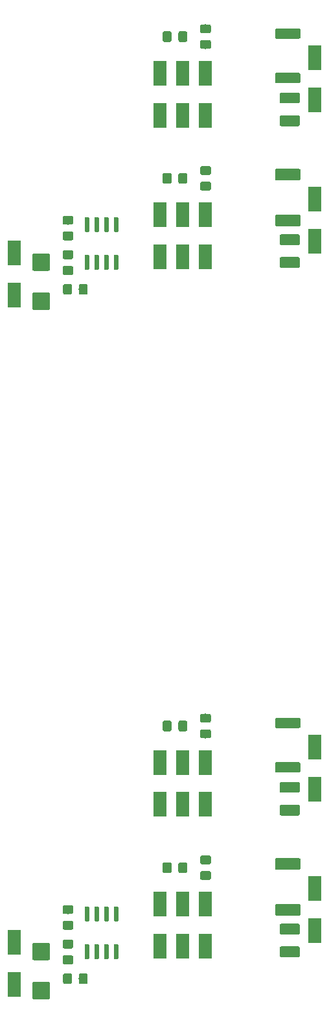
<source format=gbr>
G04 #@! TF.GenerationSoftware,KiCad,Pcbnew,5.1.4*
G04 #@! TF.CreationDate,2019-10-29T22:35:45-03:00*
G04 #@! TF.ProjectId,MCB19_panel,4d434231-395f-4706-916e-656c2e6b6963,rev?*
G04 #@! TF.SameCoordinates,Original*
G04 #@! TF.FileFunction,Paste,Top*
G04 #@! TF.FilePolarity,Positive*
%FSLAX46Y46*%
G04 Gerber Fmt 4.6, Leading zero omitted, Abs format (unit mm)*
G04 Created by KiCad (PCBNEW 5.1.4) date 2019-10-29 22:35:45*
%MOMM*%
%LPD*%
G04 APERTURE LIST*
%ADD10C,0.100000*%
%ADD11C,1.350000*%
%ADD12C,1.525000*%
%ADD13C,1.150000*%
%ADD14C,2.250000*%
%ADD15R,1.700000X3.300000*%
%ADD16C,1.425000*%
%ADD17C,0.600000*%
G04 APERTURE END LIST*
D10*
G36*
X120829505Y-128586204D02*
G01*
X120853773Y-128589804D01*
X120877572Y-128595765D01*
X120900671Y-128604030D01*
X120922850Y-128614520D01*
X120943893Y-128627132D01*
X120963599Y-128641747D01*
X120981777Y-128658223D01*
X120998253Y-128676401D01*
X121012868Y-128696107D01*
X121025480Y-128717150D01*
X121035970Y-128739329D01*
X121044235Y-128762428D01*
X121050196Y-128786227D01*
X121053796Y-128810495D01*
X121055000Y-128834999D01*
X121055000Y-129685001D01*
X121053796Y-129709505D01*
X121050196Y-129733773D01*
X121044235Y-129757572D01*
X121035970Y-129780671D01*
X121025480Y-129802850D01*
X121012868Y-129823893D01*
X120998253Y-129843599D01*
X120981777Y-129861777D01*
X120963599Y-129878253D01*
X120943893Y-129892868D01*
X120922850Y-129905480D01*
X120900671Y-129915970D01*
X120877572Y-129924235D01*
X120853773Y-129930196D01*
X120829505Y-129933796D01*
X120805001Y-129935000D01*
X117954999Y-129935000D01*
X117930495Y-129933796D01*
X117906227Y-129930196D01*
X117882428Y-129924235D01*
X117859329Y-129915970D01*
X117837150Y-129905480D01*
X117816107Y-129892868D01*
X117796401Y-129878253D01*
X117778223Y-129861777D01*
X117761747Y-129843599D01*
X117747132Y-129823893D01*
X117734520Y-129802850D01*
X117724030Y-129780671D01*
X117715765Y-129757572D01*
X117709804Y-129733773D01*
X117706204Y-129709505D01*
X117705000Y-129685001D01*
X117705000Y-128834999D01*
X117706204Y-128810495D01*
X117709804Y-128786227D01*
X117715765Y-128762428D01*
X117724030Y-128739329D01*
X117734520Y-128717150D01*
X117747132Y-128696107D01*
X117761747Y-128676401D01*
X117778223Y-128658223D01*
X117796401Y-128641747D01*
X117816107Y-128627132D01*
X117837150Y-128614520D01*
X117859329Y-128604030D01*
X117882428Y-128595765D01*
X117906227Y-128589804D01*
X117930495Y-128586204D01*
X117954999Y-128585000D01*
X120805001Y-128585000D01*
X120829505Y-128586204D01*
X120829505Y-128586204D01*
G37*
D11*
X119380000Y-129260000D03*
D10*
G36*
X120829505Y-122786204D02*
G01*
X120853773Y-122789804D01*
X120877572Y-122795765D01*
X120900671Y-122804030D01*
X120922850Y-122814520D01*
X120943893Y-122827132D01*
X120963599Y-122841747D01*
X120981777Y-122858223D01*
X120998253Y-122876401D01*
X121012868Y-122896107D01*
X121025480Y-122917150D01*
X121035970Y-122939329D01*
X121044235Y-122962428D01*
X121050196Y-122986227D01*
X121053796Y-123010495D01*
X121055000Y-123034999D01*
X121055000Y-123885001D01*
X121053796Y-123909505D01*
X121050196Y-123933773D01*
X121044235Y-123957572D01*
X121035970Y-123980671D01*
X121025480Y-124002850D01*
X121012868Y-124023893D01*
X120998253Y-124043599D01*
X120981777Y-124061777D01*
X120963599Y-124078253D01*
X120943893Y-124092868D01*
X120922850Y-124105480D01*
X120900671Y-124115970D01*
X120877572Y-124124235D01*
X120853773Y-124130196D01*
X120829505Y-124133796D01*
X120805001Y-124135000D01*
X117954999Y-124135000D01*
X117930495Y-124133796D01*
X117906227Y-124130196D01*
X117882428Y-124124235D01*
X117859329Y-124115970D01*
X117837150Y-124105480D01*
X117816107Y-124092868D01*
X117796401Y-124078253D01*
X117778223Y-124061777D01*
X117761747Y-124043599D01*
X117747132Y-124023893D01*
X117734520Y-124002850D01*
X117724030Y-123980671D01*
X117715765Y-123957572D01*
X117709804Y-123933773D01*
X117706204Y-123909505D01*
X117705000Y-123885001D01*
X117705000Y-123034999D01*
X117706204Y-123010495D01*
X117709804Y-122986227D01*
X117715765Y-122962428D01*
X117724030Y-122939329D01*
X117734520Y-122917150D01*
X117747132Y-122896107D01*
X117761747Y-122876401D01*
X117778223Y-122858223D01*
X117796401Y-122841747D01*
X117816107Y-122827132D01*
X117837150Y-122814520D01*
X117859329Y-122804030D01*
X117882428Y-122795765D01*
X117906227Y-122789804D01*
X117930495Y-122786204D01*
X117954999Y-122785000D01*
X120805001Y-122785000D01*
X120829505Y-122786204D01*
X120829505Y-122786204D01*
G37*
D11*
X119380000Y-123460000D03*
D10*
G36*
X120829505Y-147086204D02*
G01*
X120853773Y-147089804D01*
X120877572Y-147095765D01*
X120900671Y-147104030D01*
X120922850Y-147114520D01*
X120943893Y-147127132D01*
X120963599Y-147141747D01*
X120981777Y-147158223D01*
X120998253Y-147176401D01*
X121012868Y-147196107D01*
X121025480Y-147217150D01*
X121035970Y-147239329D01*
X121044235Y-147262428D01*
X121050196Y-147286227D01*
X121053796Y-147310495D01*
X121055000Y-147334999D01*
X121055000Y-148360001D01*
X121053796Y-148384505D01*
X121050196Y-148408773D01*
X121044235Y-148432572D01*
X121035970Y-148455671D01*
X121025480Y-148477850D01*
X121012868Y-148498893D01*
X120998253Y-148518599D01*
X120981777Y-148536777D01*
X120963599Y-148553253D01*
X120943893Y-148567868D01*
X120922850Y-148580480D01*
X120900671Y-148590970D01*
X120877572Y-148599235D01*
X120853773Y-148605196D01*
X120829505Y-148608796D01*
X120805001Y-148610000D01*
X117954999Y-148610000D01*
X117930495Y-148608796D01*
X117906227Y-148605196D01*
X117882428Y-148599235D01*
X117859329Y-148590970D01*
X117837150Y-148580480D01*
X117816107Y-148567868D01*
X117796401Y-148553253D01*
X117778223Y-148536777D01*
X117761747Y-148518599D01*
X117747132Y-148498893D01*
X117734520Y-148477850D01*
X117724030Y-148455671D01*
X117715765Y-148432572D01*
X117709804Y-148408773D01*
X117706204Y-148384505D01*
X117705000Y-148360001D01*
X117705000Y-147334999D01*
X117706204Y-147310495D01*
X117709804Y-147286227D01*
X117715765Y-147262428D01*
X117724030Y-147239329D01*
X117734520Y-147217150D01*
X117747132Y-147196107D01*
X117761747Y-147176401D01*
X117778223Y-147158223D01*
X117796401Y-147141747D01*
X117816107Y-147127132D01*
X117837150Y-147114520D01*
X117859329Y-147104030D01*
X117882428Y-147095765D01*
X117906227Y-147089804D01*
X117930495Y-147086204D01*
X117954999Y-147085000D01*
X120805001Y-147085000D01*
X120829505Y-147086204D01*
X120829505Y-147086204D01*
G37*
D12*
X119380000Y-147847500D03*
D10*
G36*
X120829505Y-141111204D02*
G01*
X120853773Y-141114804D01*
X120877572Y-141120765D01*
X120900671Y-141129030D01*
X120922850Y-141139520D01*
X120943893Y-141152132D01*
X120963599Y-141166747D01*
X120981777Y-141183223D01*
X120998253Y-141201401D01*
X121012868Y-141221107D01*
X121025480Y-141242150D01*
X121035970Y-141264329D01*
X121044235Y-141287428D01*
X121050196Y-141311227D01*
X121053796Y-141335495D01*
X121055000Y-141359999D01*
X121055000Y-142385001D01*
X121053796Y-142409505D01*
X121050196Y-142433773D01*
X121044235Y-142457572D01*
X121035970Y-142480671D01*
X121025480Y-142502850D01*
X121012868Y-142523893D01*
X120998253Y-142543599D01*
X120981777Y-142561777D01*
X120963599Y-142578253D01*
X120943893Y-142592868D01*
X120922850Y-142605480D01*
X120900671Y-142615970D01*
X120877572Y-142624235D01*
X120853773Y-142630196D01*
X120829505Y-142633796D01*
X120805001Y-142635000D01*
X117954999Y-142635000D01*
X117930495Y-142633796D01*
X117906227Y-142630196D01*
X117882428Y-142624235D01*
X117859329Y-142615970D01*
X117837150Y-142605480D01*
X117816107Y-142592868D01*
X117796401Y-142578253D01*
X117778223Y-142561777D01*
X117761747Y-142543599D01*
X117747132Y-142523893D01*
X117734520Y-142502850D01*
X117724030Y-142480671D01*
X117715765Y-142457572D01*
X117709804Y-142433773D01*
X117706204Y-142409505D01*
X117705000Y-142385001D01*
X117705000Y-141359999D01*
X117706204Y-141335495D01*
X117709804Y-141311227D01*
X117715765Y-141287428D01*
X117724030Y-141264329D01*
X117734520Y-141242150D01*
X117747132Y-141221107D01*
X117761747Y-141201401D01*
X117778223Y-141183223D01*
X117796401Y-141166747D01*
X117816107Y-141152132D01*
X117837150Y-141139520D01*
X117859329Y-141129030D01*
X117882428Y-141120765D01*
X117906227Y-141114804D01*
X117930495Y-141111204D01*
X117954999Y-141110000D01*
X120805001Y-141110000D01*
X120829505Y-141111204D01*
X120829505Y-141111204D01*
G37*
D12*
X119380000Y-141872500D03*
D10*
G36*
X91104505Y-149311204D02*
G01*
X91128773Y-149314804D01*
X91152572Y-149320765D01*
X91175671Y-149329030D01*
X91197850Y-149339520D01*
X91218893Y-149352132D01*
X91238599Y-149366747D01*
X91256777Y-149383223D01*
X91273253Y-149401401D01*
X91287868Y-149421107D01*
X91300480Y-149442150D01*
X91310970Y-149464329D01*
X91319235Y-149487428D01*
X91325196Y-149511227D01*
X91328796Y-149535495D01*
X91330000Y-149559999D01*
X91330000Y-150210001D01*
X91328796Y-150234505D01*
X91325196Y-150258773D01*
X91319235Y-150282572D01*
X91310970Y-150305671D01*
X91300480Y-150327850D01*
X91287868Y-150348893D01*
X91273253Y-150368599D01*
X91256777Y-150386777D01*
X91238599Y-150403253D01*
X91218893Y-150417868D01*
X91197850Y-150430480D01*
X91175671Y-150440970D01*
X91152572Y-150449235D01*
X91128773Y-150455196D01*
X91104505Y-150458796D01*
X91080001Y-150460000D01*
X90179999Y-150460000D01*
X90155495Y-150458796D01*
X90131227Y-150455196D01*
X90107428Y-150449235D01*
X90084329Y-150440970D01*
X90062150Y-150430480D01*
X90041107Y-150417868D01*
X90021401Y-150403253D01*
X90003223Y-150386777D01*
X89986747Y-150368599D01*
X89972132Y-150348893D01*
X89959520Y-150327850D01*
X89949030Y-150305671D01*
X89940765Y-150282572D01*
X89934804Y-150258773D01*
X89931204Y-150234505D01*
X89930000Y-150210001D01*
X89930000Y-149559999D01*
X89931204Y-149535495D01*
X89934804Y-149511227D01*
X89940765Y-149487428D01*
X89949030Y-149464329D01*
X89959520Y-149442150D01*
X89972132Y-149421107D01*
X89986747Y-149401401D01*
X90003223Y-149383223D01*
X90021401Y-149366747D01*
X90041107Y-149352132D01*
X90062150Y-149339520D01*
X90084329Y-149329030D01*
X90107428Y-149320765D01*
X90131227Y-149314804D01*
X90155495Y-149311204D01*
X90179999Y-149310000D01*
X91080001Y-149310000D01*
X91104505Y-149311204D01*
X91104505Y-149311204D01*
G37*
D13*
X90630000Y-149885000D03*
D10*
G36*
X91104505Y-147261204D02*
G01*
X91128773Y-147264804D01*
X91152572Y-147270765D01*
X91175671Y-147279030D01*
X91197850Y-147289520D01*
X91218893Y-147302132D01*
X91238599Y-147316747D01*
X91256777Y-147333223D01*
X91273253Y-147351401D01*
X91287868Y-147371107D01*
X91300480Y-147392150D01*
X91310970Y-147414329D01*
X91319235Y-147437428D01*
X91325196Y-147461227D01*
X91328796Y-147485495D01*
X91330000Y-147509999D01*
X91330000Y-148160001D01*
X91328796Y-148184505D01*
X91325196Y-148208773D01*
X91319235Y-148232572D01*
X91310970Y-148255671D01*
X91300480Y-148277850D01*
X91287868Y-148298893D01*
X91273253Y-148318599D01*
X91256777Y-148336777D01*
X91238599Y-148353253D01*
X91218893Y-148367868D01*
X91197850Y-148380480D01*
X91175671Y-148390970D01*
X91152572Y-148399235D01*
X91128773Y-148405196D01*
X91104505Y-148408796D01*
X91080001Y-148410000D01*
X90179999Y-148410000D01*
X90155495Y-148408796D01*
X90131227Y-148405196D01*
X90107428Y-148399235D01*
X90084329Y-148390970D01*
X90062150Y-148380480D01*
X90041107Y-148367868D01*
X90021401Y-148353253D01*
X90003223Y-148336777D01*
X89986747Y-148318599D01*
X89972132Y-148298893D01*
X89959520Y-148277850D01*
X89949030Y-148255671D01*
X89940765Y-148232572D01*
X89934804Y-148208773D01*
X89931204Y-148184505D01*
X89930000Y-148160001D01*
X89930000Y-147509999D01*
X89931204Y-147485495D01*
X89934804Y-147461227D01*
X89940765Y-147437428D01*
X89949030Y-147414329D01*
X89959520Y-147392150D01*
X89972132Y-147371107D01*
X89986747Y-147351401D01*
X90003223Y-147333223D01*
X90021401Y-147316747D01*
X90041107Y-147302132D01*
X90062150Y-147289520D01*
X90084329Y-147279030D01*
X90107428Y-147270765D01*
X90131227Y-147264804D01*
X90155495Y-147261204D01*
X90179999Y-147260000D01*
X91080001Y-147260000D01*
X91104505Y-147261204D01*
X91104505Y-147261204D01*
G37*
D13*
X90630000Y-147835000D03*
D10*
G36*
X88079505Y-152186204D02*
G01*
X88103773Y-152189804D01*
X88127572Y-152195765D01*
X88150671Y-152204030D01*
X88172850Y-152214520D01*
X88193893Y-152227132D01*
X88213599Y-152241747D01*
X88231777Y-152258223D01*
X88248253Y-152276401D01*
X88262868Y-152296107D01*
X88275480Y-152317150D01*
X88285970Y-152339329D01*
X88294235Y-152362428D01*
X88300196Y-152386227D01*
X88303796Y-152410495D01*
X88305000Y-152434999D01*
X88305000Y-154185001D01*
X88303796Y-154209505D01*
X88300196Y-154233773D01*
X88294235Y-154257572D01*
X88285970Y-154280671D01*
X88275480Y-154302850D01*
X88262868Y-154323893D01*
X88248253Y-154343599D01*
X88231777Y-154361777D01*
X88213599Y-154378253D01*
X88193893Y-154392868D01*
X88172850Y-154405480D01*
X88150671Y-154415970D01*
X88127572Y-154424235D01*
X88103773Y-154430196D01*
X88079505Y-154433796D01*
X88055001Y-154435000D01*
X86204999Y-154435000D01*
X86180495Y-154433796D01*
X86156227Y-154430196D01*
X86132428Y-154424235D01*
X86109329Y-154415970D01*
X86087150Y-154405480D01*
X86066107Y-154392868D01*
X86046401Y-154378253D01*
X86028223Y-154361777D01*
X86011747Y-154343599D01*
X85997132Y-154323893D01*
X85984520Y-154302850D01*
X85974030Y-154280671D01*
X85965765Y-154257572D01*
X85959804Y-154233773D01*
X85956204Y-154209505D01*
X85955000Y-154185001D01*
X85955000Y-152434999D01*
X85956204Y-152410495D01*
X85959804Y-152386227D01*
X85965765Y-152362428D01*
X85974030Y-152339329D01*
X85984520Y-152317150D01*
X85997132Y-152296107D01*
X86011747Y-152276401D01*
X86028223Y-152258223D01*
X86046401Y-152241747D01*
X86066107Y-152227132D01*
X86087150Y-152214520D01*
X86109329Y-152204030D01*
X86132428Y-152195765D01*
X86156227Y-152189804D01*
X86180495Y-152186204D01*
X86204999Y-152185000D01*
X88055001Y-152185000D01*
X88079505Y-152186204D01*
X88079505Y-152186204D01*
G37*
D14*
X87130000Y-153310000D03*
D10*
G36*
X88079505Y-157286204D02*
G01*
X88103773Y-157289804D01*
X88127572Y-157295765D01*
X88150671Y-157304030D01*
X88172850Y-157314520D01*
X88193893Y-157327132D01*
X88213599Y-157341747D01*
X88231777Y-157358223D01*
X88248253Y-157376401D01*
X88262868Y-157396107D01*
X88275480Y-157417150D01*
X88285970Y-157439329D01*
X88294235Y-157462428D01*
X88300196Y-157486227D01*
X88303796Y-157510495D01*
X88305000Y-157534999D01*
X88305000Y-159285001D01*
X88303796Y-159309505D01*
X88300196Y-159333773D01*
X88294235Y-159357572D01*
X88285970Y-159380671D01*
X88275480Y-159402850D01*
X88262868Y-159423893D01*
X88248253Y-159443599D01*
X88231777Y-159461777D01*
X88213599Y-159478253D01*
X88193893Y-159492868D01*
X88172850Y-159505480D01*
X88150671Y-159515970D01*
X88127572Y-159524235D01*
X88103773Y-159530196D01*
X88079505Y-159533796D01*
X88055001Y-159535000D01*
X86204999Y-159535000D01*
X86180495Y-159533796D01*
X86156227Y-159530196D01*
X86132428Y-159524235D01*
X86109329Y-159515970D01*
X86087150Y-159505480D01*
X86066107Y-159492868D01*
X86046401Y-159478253D01*
X86028223Y-159461777D01*
X86011747Y-159443599D01*
X85997132Y-159423893D01*
X85984520Y-159402850D01*
X85974030Y-159380671D01*
X85965765Y-159357572D01*
X85959804Y-159333773D01*
X85956204Y-159309505D01*
X85955000Y-159285001D01*
X85955000Y-157534999D01*
X85956204Y-157510495D01*
X85959804Y-157486227D01*
X85965765Y-157462428D01*
X85974030Y-157439329D01*
X85984520Y-157417150D01*
X85997132Y-157396107D01*
X86011747Y-157376401D01*
X86028223Y-157358223D01*
X86046401Y-157341747D01*
X86066107Y-157327132D01*
X86087150Y-157314520D01*
X86109329Y-157304030D01*
X86132428Y-157295765D01*
X86156227Y-157289804D01*
X86180495Y-157286204D01*
X86204999Y-157285000D01*
X88055001Y-157285000D01*
X88079505Y-157286204D01*
X88079505Y-157286204D01*
G37*
D14*
X87130000Y-158410000D03*
D10*
G36*
X91104505Y-151761204D02*
G01*
X91128773Y-151764804D01*
X91152572Y-151770765D01*
X91175671Y-151779030D01*
X91197850Y-151789520D01*
X91218893Y-151802132D01*
X91238599Y-151816747D01*
X91256777Y-151833223D01*
X91273253Y-151851401D01*
X91287868Y-151871107D01*
X91300480Y-151892150D01*
X91310970Y-151914329D01*
X91319235Y-151937428D01*
X91325196Y-151961227D01*
X91328796Y-151985495D01*
X91330000Y-152009999D01*
X91330000Y-152660001D01*
X91328796Y-152684505D01*
X91325196Y-152708773D01*
X91319235Y-152732572D01*
X91310970Y-152755671D01*
X91300480Y-152777850D01*
X91287868Y-152798893D01*
X91273253Y-152818599D01*
X91256777Y-152836777D01*
X91238599Y-152853253D01*
X91218893Y-152867868D01*
X91197850Y-152880480D01*
X91175671Y-152890970D01*
X91152572Y-152899235D01*
X91128773Y-152905196D01*
X91104505Y-152908796D01*
X91080001Y-152910000D01*
X90179999Y-152910000D01*
X90155495Y-152908796D01*
X90131227Y-152905196D01*
X90107428Y-152899235D01*
X90084329Y-152890970D01*
X90062150Y-152880480D01*
X90041107Y-152867868D01*
X90021401Y-152853253D01*
X90003223Y-152836777D01*
X89986747Y-152818599D01*
X89972132Y-152798893D01*
X89959520Y-152777850D01*
X89949030Y-152755671D01*
X89940765Y-152732572D01*
X89934804Y-152708773D01*
X89931204Y-152684505D01*
X89930000Y-152660001D01*
X89930000Y-152009999D01*
X89931204Y-151985495D01*
X89934804Y-151961227D01*
X89940765Y-151937428D01*
X89949030Y-151914329D01*
X89959520Y-151892150D01*
X89972132Y-151871107D01*
X89986747Y-151851401D01*
X90003223Y-151833223D01*
X90021401Y-151816747D01*
X90041107Y-151802132D01*
X90062150Y-151789520D01*
X90084329Y-151779030D01*
X90107428Y-151770765D01*
X90131227Y-151764804D01*
X90155495Y-151761204D01*
X90179999Y-151760000D01*
X91080001Y-151760000D01*
X91104505Y-151761204D01*
X91104505Y-151761204D01*
G37*
D13*
X90630000Y-152335000D03*
D10*
G36*
X91104505Y-153811204D02*
G01*
X91128773Y-153814804D01*
X91152572Y-153820765D01*
X91175671Y-153829030D01*
X91197850Y-153839520D01*
X91218893Y-153852132D01*
X91238599Y-153866747D01*
X91256777Y-153883223D01*
X91273253Y-153901401D01*
X91287868Y-153921107D01*
X91300480Y-153942150D01*
X91310970Y-153964329D01*
X91319235Y-153987428D01*
X91325196Y-154011227D01*
X91328796Y-154035495D01*
X91330000Y-154059999D01*
X91330000Y-154710001D01*
X91328796Y-154734505D01*
X91325196Y-154758773D01*
X91319235Y-154782572D01*
X91310970Y-154805671D01*
X91300480Y-154827850D01*
X91287868Y-154848893D01*
X91273253Y-154868599D01*
X91256777Y-154886777D01*
X91238599Y-154903253D01*
X91218893Y-154917868D01*
X91197850Y-154930480D01*
X91175671Y-154940970D01*
X91152572Y-154949235D01*
X91128773Y-154955196D01*
X91104505Y-154958796D01*
X91080001Y-154960000D01*
X90179999Y-154960000D01*
X90155495Y-154958796D01*
X90131227Y-154955196D01*
X90107428Y-154949235D01*
X90084329Y-154940970D01*
X90062150Y-154930480D01*
X90041107Y-154917868D01*
X90021401Y-154903253D01*
X90003223Y-154886777D01*
X89986747Y-154868599D01*
X89972132Y-154848893D01*
X89959520Y-154827850D01*
X89949030Y-154805671D01*
X89940765Y-154782572D01*
X89934804Y-154758773D01*
X89931204Y-154734505D01*
X89930000Y-154710001D01*
X89930000Y-154059999D01*
X89931204Y-154035495D01*
X89934804Y-154011227D01*
X89940765Y-153987428D01*
X89949030Y-153964329D01*
X89959520Y-153942150D01*
X89972132Y-153921107D01*
X89986747Y-153901401D01*
X90003223Y-153883223D01*
X90021401Y-153866747D01*
X90041107Y-153852132D01*
X90062150Y-153839520D01*
X90084329Y-153829030D01*
X90107428Y-153820765D01*
X90131227Y-153814804D01*
X90155495Y-153811204D01*
X90179999Y-153810000D01*
X91080001Y-153810000D01*
X91104505Y-153811204D01*
X91104505Y-153811204D01*
G37*
D13*
X90630000Y-154385000D03*
D15*
X83630000Y-152110000D03*
X83630000Y-157610000D03*
X102630000Y-128610000D03*
X102630000Y-134110000D03*
X122880000Y-132110000D03*
X122880000Y-126610000D03*
X122880000Y-145110000D03*
X122880000Y-150610000D03*
X105630000Y-152610000D03*
X105630000Y-147110000D03*
X108630000Y-147110000D03*
X108630000Y-152610000D03*
X105630000Y-134110000D03*
X105630000Y-128610000D03*
X108630000Y-134110000D03*
X108630000Y-128610000D03*
X102630000Y-147110000D03*
X102630000Y-152610000D03*
D10*
G36*
X109104505Y-124311204D02*
G01*
X109128773Y-124314804D01*
X109152572Y-124320765D01*
X109175671Y-124329030D01*
X109197850Y-124339520D01*
X109218893Y-124352132D01*
X109238599Y-124366747D01*
X109256777Y-124383223D01*
X109273253Y-124401401D01*
X109287868Y-124421107D01*
X109300480Y-124442150D01*
X109310970Y-124464329D01*
X109319235Y-124487428D01*
X109325196Y-124511227D01*
X109328796Y-124535495D01*
X109330000Y-124559999D01*
X109330000Y-125210001D01*
X109328796Y-125234505D01*
X109325196Y-125258773D01*
X109319235Y-125282572D01*
X109310970Y-125305671D01*
X109300480Y-125327850D01*
X109287868Y-125348893D01*
X109273253Y-125368599D01*
X109256777Y-125386777D01*
X109238599Y-125403253D01*
X109218893Y-125417868D01*
X109197850Y-125430480D01*
X109175671Y-125440970D01*
X109152572Y-125449235D01*
X109128773Y-125455196D01*
X109104505Y-125458796D01*
X109080001Y-125460000D01*
X108179999Y-125460000D01*
X108155495Y-125458796D01*
X108131227Y-125455196D01*
X108107428Y-125449235D01*
X108084329Y-125440970D01*
X108062150Y-125430480D01*
X108041107Y-125417868D01*
X108021401Y-125403253D01*
X108003223Y-125386777D01*
X107986747Y-125368599D01*
X107972132Y-125348893D01*
X107959520Y-125327850D01*
X107949030Y-125305671D01*
X107940765Y-125282572D01*
X107934804Y-125258773D01*
X107931204Y-125234505D01*
X107930000Y-125210001D01*
X107930000Y-124559999D01*
X107931204Y-124535495D01*
X107934804Y-124511227D01*
X107940765Y-124487428D01*
X107949030Y-124464329D01*
X107959520Y-124442150D01*
X107972132Y-124421107D01*
X107986747Y-124401401D01*
X108003223Y-124383223D01*
X108021401Y-124366747D01*
X108041107Y-124352132D01*
X108062150Y-124339520D01*
X108084329Y-124329030D01*
X108107428Y-124320765D01*
X108131227Y-124314804D01*
X108155495Y-124311204D01*
X108179999Y-124310000D01*
X109080001Y-124310000D01*
X109104505Y-124311204D01*
X109104505Y-124311204D01*
G37*
D13*
X108630000Y-124885000D03*
D10*
G36*
X109104505Y-122261204D02*
G01*
X109128773Y-122264804D01*
X109152572Y-122270765D01*
X109175671Y-122279030D01*
X109197850Y-122289520D01*
X109218893Y-122302132D01*
X109238599Y-122316747D01*
X109256777Y-122333223D01*
X109273253Y-122351401D01*
X109287868Y-122371107D01*
X109300480Y-122392150D01*
X109310970Y-122414329D01*
X109319235Y-122437428D01*
X109325196Y-122461227D01*
X109328796Y-122485495D01*
X109330000Y-122509999D01*
X109330000Y-123160001D01*
X109328796Y-123184505D01*
X109325196Y-123208773D01*
X109319235Y-123232572D01*
X109310970Y-123255671D01*
X109300480Y-123277850D01*
X109287868Y-123298893D01*
X109273253Y-123318599D01*
X109256777Y-123336777D01*
X109238599Y-123353253D01*
X109218893Y-123367868D01*
X109197850Y-123380480D01*
X109175671Y-123390970D01*
X109152572Y-123399235D01*
X109128773Y-123405196D01*
X109104505Y-123408796D01*
X109080001Y-123410000D01*
X108179999Y-123410000D01*
X108155495Y-123408796D01*
X108131227Y-123405196D01*
X108107428Y-123399235D01*
X108084329Y-123390970D01*
X108062150Y-123380480D01*
X108041107Y-123367868D01*
X108021401Y-123353253D01*
X108003223Y-123336777D01*
X107986747Y-123318599D01*
X107972132Y-123298893D01*
X107959520Y-123277850D01*
X107949030Y-123255671D01*
X107940765Y-123232572D01*
X107934804Y-123208773D01*
X107931204Y-123184505D01*
X107930000Y-123160001D01*
X107930000Y-122509999D01*
X107931204Y-122485495D01*
X107934804Y-122461227D01*
X107940765Y-122437428D01*
X107949030Y-122414329D01*
X107959520Y-122392150D01*
X107972132Y-122371107D01*
X107986747Y-122351401D01*
X108003223Y-122333223D01*
X108021401Y-122316747D01*
X108041107Y-122302132D01*
X108062150Y-122289520D01*
X108084329Y-122279030D01*
X108107428Y-122270765D01*
X108131227Y-122264804D01*
X108155495Y-122261204D01*
X108179999Y-122260000D01*
X109080001Y-122260000D01*
X109104505Y-122261204D01*
X109104505Y-122261204D01*
G37*
D13*
X108630000Y-122835000D03*
D10*
G36*
X106004505Y-141661204D02*
G01*
X106028773Y-141664804D01*
X106052572Y-141670765D01*
X106075671Y-141679030D01*
X106097850Y-141689520D01*
X106118893Y-141702132D01*
X106138599Y-141716747D01*
X106156777Y-141733223D01*
X106173253Y-141751401D01*
X106187868Y-141771107D01*
X106200480Y-141792150D01*
X106210970Y-141814329D01*
X106219235Y-141837428D01*
X106225196Y-141861227D01*
X106228796Y-141885495D01*
X106230000Y-141909999D01*
X106230000Y-142810001D01*
X106228796Y-142834505D01*
X106225196Y-142858773D01*
X106219235Y-142882572D01*
X106210970Y-142905671D01*
X106200480Y-142927850D01*
X106187868Y-142948893D01*
X106173253Y-142968599D01*
X106156777Y-142986777D01*
X106138599Y-143003253D01*
X106118893Y-143017868D01*
X106097850Y-143030480D01*
X106075671Y-143040970D01*
X106052572Y-143049235D01*
X106028773Y-143055196D01*
X106004505Y-143058796D01*
X105980001Y-143060000D01*
X105329999Y-143060000D01*
X105305495Y-143058796D01*
X105281227Y-143055196D01*
X105257428Y-143049235D01*
X105234329Y-143040970D01*
X105212150Y-143030480D01*
X105191107Y-143017868D01*
X105171401Y-143003253D01*
X105153223Y-142986777D01*
X105136747Y-142968599D01*
X105122132Y-142948893D01*
X105109520Y-142927850D01*
X105099030Y-142905671D01*
X105090765Y-142882572D01*
X105084804Y-142858773D01*
X105081204Y-142834505D01*
X105080000Y-142810001D01*
X105080000Y-141909999D01*
X105081204Y-141885495D01*
X105084804Y-141861227D01*
X105090765Y-141837428D01*
X105099030Y-141814329D01*
X105109520Y-141792150D01*
X105122132Y-141771107D01*
X105136747Y-141751401D01*
X105153223Y-141733223D01*
X105171401Y-141716747D01*
X105191107Y-141702132D01*
X105212150Y-141689520D01*
X105234329Y-141679030D01*
X105257428Y-141670765D01*
X105281227Y-141664804D01*
X105305495Y-141661204D01*
X105329999Y-141660000D01*
X105980001Y-141660000D01*
X106004505Y-141661204D01*
X106004505Y-141661204D01*
G37*
D13*
X105655000Y-142360000D03*
D10*
G36*
X103954505Y-141661204D02*
G01*
X103978773Y-141664804D01*
X104002572Y-141670765D01*
X104025671Y-141679030D01*
X104047850Y-141689520D01*
X104068893Y-141702132D01*
X104088599Y-141716747D01*
X104106777Y-141733223D01*
X104123253Y-141751401D01*
X104137868Y-141771107D01*
X104150480Y-141792150D01*
X104160970Y-141814329D01*
X104169235Y-141837428D01*
X104175196Y-141861227D01*
X104178796Y-141885495D01*
X104180000Y-141909999D01*
X104180000Y-142810001D01*
X104178796Y-142834505D01*
X104175196Y-142858773D01*
X104169235Y-142882572D01*
X104160970Y-142905671D01*
X104150480Y-142927850D01*
X104137868Y-142948893D01*
X104123253Y-142968599D01*
X104106777Y-142986777D01*
X104088599Y-143003253D01*
X104068893Y-143017868D01*
X104047850Y-143030480D01*
X104025671Y-143040970D01*
X104002572Y-143049235D01*
X103978773Y-143055196D01*
X103954505Y-143058796D01*
X103930001Y-143060000D01*
X103279999Y-143060000D01*
X103255495Y-143058796D01*
X103231227Y-143055196D01*
X103207428Y-143049235D01*
X103184329Y-143040970D01*
X103162150Y-143030480D01*
X103141107Y-143017868D01*
X103121401Y-143003253D01*
X103103223Y-142986777D01*
X103086747Y-142968599D01*
X103072132Y-142948893D01*
X103059520Y-142927850D01*
X103049030Y-142905671D01*
X103040765Y-142882572D01*
X103034804Y-142858773D01*
X103031204Y-142834505D01*
X103030000Y-142810001D01*
X103030000Y-141909999D01*
X103031204Y-141885495D01*
X103034804Y-141861227D01*
X103040765Y-141837428D01*
X103049030Y-141814329D01*
X103059520Y-141792150D01*
X103072132Y-141771107D01*
X103086747Y-141751401D01*
X103103223Y-141733223D01*
X103121401Y-141716747D01*
X103141107Y-141702132D01*
X103162150Y-141689520D01*
X103184329Y-141679030D01*
X103207428Y-141670765D01*
X103231227Y-141664804D01*
X103255495Y-141661204D01*
X103279999Y-141660000D01*
X103930001Y-141660000D01*
X103954505Y-141661204D01*
X103954505Y-141661204D01*
G37*
D13*
X103605000Y-142360000D03*
D10*
G36*
X106004505Y-123161204D02*
G01*
X106028773Y-123164804D01*
X106052572Y-123170765D01*
X106075671Y-123179030D01*
X106097850Y-123189520D01*
X106118893Y-123202132D01*
X106138599Y-123216747D01*
X106156777Y-123233223D01*
X106173253Y-123251401D01*
X106187868Y-123271107D01*
X106200480Y-123292150D01*
X106210970Y-123314329D01*
X106219235Y-123337428D01*
X106225196Y-123361227D01*
X106228796Y-123385495D01*
X106230000Y-123409999D01*
X106230000Y-124310001D01*
X106228796Y-124334505D01*
X106225196Y-124358773D01*
X106219235Y-124382572D01*
X106210970Y-124405671D01*
X106200480Y-124427850D01*
X106187868Y-124448893D01*
X106173253Y-124468599D01*
X106156777Y-124486777D01*
X106138599Y-124503253D01*
X106118893Y-124517868D01*
X106097850Y-124530480D01*
X106075671Y-124540970D01*
X106052572Y-124549235D01*
X106028773Y-124555196D01*
X106004505Y-124558796D01*
X105980001Y-124560000D01*
X105329999Y-124560000D01*
X105305495Y-124558796D01*
X105281227Y-124555196D01*
X105257428Y-124549235D01*
X105234329Y-124540970D01*
X105212150Y-124530480D01*
X105191107Y-124517868D01*
X105171401Y-124503253D01*
X105153223Y-124486777D01*
X105136747Y-124468599D01*
X105122132Y-124448893D01*
X105109520Y-124427850D01*
X105099030Y-124405671D01*
X105090765Y-124382572D01*
X105084804Y-124358773D01*
X105081204Y-124334505D01*
X105080000Y-124310001D01*
X105080000Y-123409999D01*
X105081204Y-123385495D01*
X105084804Y-123361227D01*
X105090765Y-123337428D01*
X105099030Y-123314329D01*
X105109520Y-123292150D01*
X105122132Y-123271107D01*
X105136747Y-123251401D01*
X105153223Y-123233223D01*
X105171401Y-123216747D01*
X105191107Y-123202132D01*
X105212150Y-123189520D01*
X105234329Y-123179030D01*
X105257428Y-123170765D01*
X105281227Y-123164804D01*
X105305495Y-123161204D01*
X105329999Y-123160000D01*
X105980001Y-123160000D01*
X106004505Y-123161204D01*
X106004505Y-123161204D01*
G37*
D13*
X105655000Y-123860000D03*
D10*
G36*
X103954505Y-123161204D02*
G01*
X103978773Y-123164804D01*
X104002572Y-123170765D01*
X104025671Y-123179030D01*
X104047850Y-123189520D01*
X104068893Y-123202132D01*
X104088599Y-123216747D01*
X104106777Y-123233223D01*
X104123253Y-123251401D01*
X104137868Y-123271107D01*
X104150480Y-123292150D01*
X104160970Y-123314329D01*
X104169235Y-123337428D01*
X104175196Y-123361227D01*
X104178796Y-123385495D01*
X104180000Y-123409999D01*
X104180000Y-124310001D01*
X104178796Y-124334505D01*
X104175196Y-124358773D01*
X104169235Y-124382572D01*
X104160970Y-124405671D01*
X104150480Y-124427850D01*
X104137868Y-124448893D01*
X104123253Y-124468599D01*
X104106777Y-124486777D01*
X104088599Y-124503253D01*
X104068893Y-124517868D01*
X104047850Y-124530480D01*
X104025671Y-124540970D01*
X104002572Y-124549235D01*
X103978773Y-124555196D01*
X103954505Y-124558796D01*
X103930001Y-124560000D01*
X103279999Y-124560000D01*
X103255495Y-124558796D01*
X103231227Y-124555196D01*
X103207428Y-124549235D01*
X103184329Y-124540970D01*
X103162150Y-124530480D01*
X103141107Y-124517868D01*
X103121401Y-124503253D01*
X103103223Y-124486777D01*
X103086747Y-124468599D01*
X103072132Y-124448893D01*
X103059520Y-124427850D01*
X103049030Y-124405671D01*
X103040765Y-124382572D01*
X103034804Y-124358773D01*
X103031204Y-124334505D01*
X103030000Y-124310001D01*
X103030000Y-123409999D01*
X103031204Y-123385495D01*
X103034804Y-123361227D01*
X103040765Y-123337428D01*
X103049030Y-123314329D01*
X103059520Y-123292150D01*
X103072132Y-123271107D01*
X103086747Y-123251401D01*
X103103223Y-123233223D01*
X103121401Y-123216747D01*
X103141107Y-123202132D01*
X103162150Y-123189520D01*
X103184329Y-123179030D01*
X103207428Y-123170765D01*
X103231227Y-123164804D01*
X103255495Y-123161204D01*
X103279999Y-123160000D01*
X103930001Y-123160000D01*
X103954505Y-123161204D01*
X103954505Y-123161204D01*
G37*
D13*
X103605000Y-123860000D03*
D10*
G36*
X120729504Y-149661204D02*
G01*
X120753773Y-149664804D01*
X120777571Y-149670765D01*
X120800671Y-149679030D01*
X120822849Y-149689520D01*
X120843893Y-149702133D01*
X120863598Y-149716747D01*
X120881777Y-149733223D01*
X120898253Y-149751402D01*
X120912867Y-149771107D01*
X120925480Y-149792151D01*
X120935970Y-149814329D01*
X120944235Y-149837429D01*
X120950196Y-149861227D01*
X120953796Y-149885496D01*
X120955000Y-149910000D01*
X120955000Y-150835000D01*
X120953796Y-150859504D01*
X120950196Y-150883773D01*
X120944235Y-150907571D01*
X120935970Y-150930671D01*
X120925480Y-150952849D01*
X120912867Y-150973893D01*
X120898253Y-150993598D01*
X120881777Y-151011777D01*
X120863598Y-151028253D01*
X120843893Y-151042867D01*
X120822849Y-151055480D01*
X120800671Y-151065970D01*
X120777571Y-151074235D01*
X120753773Y-151080196D01*
X120729504Y-151083796D01*
X120705000Y-151085000D01*
X118555000Y-151085000D01*
X118530496Y-151083796D01*
X118506227Y-151080196D01*
X118482429Y-151074235D01*
X118459329Y-151065970D01*
X118437151Y-151055480D01*
X118416107Y-151042867D01*
X118396402Y-151028253D01*
X118378223Y-151011777D01*
X118361747Y-150993598D01*
X118347133Y-150973893D01*
X118334520Y-150952849D01*
X118324030Y-150930671D01*
X118315765Y-150907571D01*
X118309804Y-150883773D01*
X118306204Y-150859504D01*
X118305000Y-150835000D01*
X118305000Y-149910000D01*
X118306204Y-149885496D01*
X118309804Y-149861227D01*
X118315765Y-149837429D01*
X118324030Y-149814329D01*
X118334520Y-149792151D01*
X118347133Y-149771107D01*
X118361747Y-149751402D01*
X118378223Y-149733223D01*
X118396402Y-149716747D01*
X118416107Y-149702133D01*
X118437151Y-149689520D01*
X118459329Y-149679030D01*
X118482429Y-149670765D01*
X118506227Y-149664804D01*
X118530496Y-149661204D01*
X118555000Y-149660000D01*
X120705000Y-149660000D01*
X120729504Y-149661204D01*
X120729504Y-149661204D01*
G37*
D16*
X119630000Y-150372500D03*
D10*
G36*
X120729504Y-152636204D02*
G01*
X120753773Y-152639804D01*
X120777571Y-152645765D01*
X120800671Y-152654030D01*
X120822849Y-152664520D01*
X120843893Y-152677133D01*
X120863598Y-152691747D01*
X120881777Y-152708223D01*
X120898253Y-152726402D01*
X120912867Y-152746107D01*
X120925480Y-152767151D01*
X120935970Y-152789329D01*
X120944235Y-152812429D01*
X120950196Y-152836227D01*
X120953796Y-152860496D01*
X120955000Y-152885000D01*
X120955000Y-153810000D01*
X120953796Y-153834504D01*
X120950196Y-153858773D01*
X120944235Y-153882571D01*
X120935970Y-153905671D01*
X120925480Y-153927849D01*
X120912867Y-153948893D01*
X120898253Y-153968598D01*
X120881777Y-153986777D01*
X120863598Y-154003253D01*
X120843893Y-154017867D01*
X120822849Y-154030480D01*
X120800671Y-154040970D01*
X120777571Y-154049235D01*
X120753773Y-154055196D01*
X120729504Y-154058796D01*
X120705000Y-154060000D01*
X118555000Y-154060000D01*
X118530496Y-154058796D01*
X118506227Y-154055196D01*
X118482429Y-154049235D01*
X118459329Y-154040970D01*
X118437151Y-154030480D01*
X118416107Y-154017867D01*
X118396402Y-154003253D01*
X118378223Y-153986777D01*
X118361747Y-153968598D01*
X118347133Y-153948893D01*
X118334520Y-153927849D01*
X118324030Y-153905671D01*
X118315765Y-153882571D01*
X118309804Y-153858773D01*
X118306204Y-153834504D01*
X118305000Y-153810000D01*
X118305000Y-152885000D01*
X118306204Y-152860496D01*
X118309804Y-152836227D01*
X118315765Y-152812429D01*
X118324030Y-152789329D01*
X118334520Y-152767151D01*
X118347133Y-152746107D01*
X118361747Y-152726402D01*
X118378223Y-152708223D01*
X118396402Y-152691747D01*
X118416107Y-152677133D01*
X118437151Y-152664520D01*
X118459329Y-152654030D01*
X118482429Y-152645765D01*
X118506227Y-152639804D01*
X118530496Y-152636204D01*
X118555000Y-152635000D01*
X120705000Y-152635000D01*
X120729504Y-152636204D01*
X120729504Y-152636204D01*
G37*
D16*
X119630000Y-153347500D03*
D10*
G36*
X92979505Y-156161204D02*
G01*
X93003773Y-156164804D01*
X93027572Y-156170765D01*
X93050671Y-156179030D01*
X93072850Y-156189520D01*
X93093893Y-156202132D01*
X93113599Y-156216747D01*
X93131777Y-156233223D01*
X93148253Y-156251401D01*
X93162868Y-156271107D01*
X93175480Y-156292150D01*
X93185970Y-156314329D01*
X93194235Y-156337428D01*
X93200196Y-156361227D01*
X93203796Y-156385495D01*
X93205000Y-156409999D01*
X93205000Y-157310001D01*
X93203796Y-157334505D01*
X93200196Y-157358773D01*
X93194235Y-157382572D01*
X93185970Y-157405671D01*
X93175480Y-157427850D01*
X93162868Y-157448893D01*
X93148253Y-157468599D01*
X93131777Y-157486777D01*
X93113599Y-157503253D01*
X93093893Y-157517868D01*
X93072850Y-157530480D01*
X93050671Y-157540970D01*
X93027572Y-157549235D01*
X93003773Y-157555196D01*
X92979505Y-157558796D01*
X92955001Y-157560000D01*
X92304999Y-157560000D01*
X92280495Y-157558796D01*
X92256227Y-157555196D01*
X92232428Y-157549235D01*
X92209329Y-157540970D01*
X92187150Y-157530480D01*
X92166107Y-157517868D01*
X92146401Y-157503253D01*
X92128223Y-157486777D01*
X92111747Y-157468599D01*
X92097132Y-157448893D01*
X92084520Y-157427850D01*
X92074030Y-157405671D01*
X92065765Y-157382572D01*
X92059804Y-157358773D01*
X92056204Y-157334505D01*
X92055000Y-157310001D01*
X92055000Y-156409999D01*
X92056204Y-156385495D01*
X92059804Y-156361227D01*
X92065765Y-156337428D01*
X92074030Y-156314329D01*
X92084520Y-156292150D01*
X92097132Y-156271107D01*
X92111747Y-156251401D01*
X92128223Y-156233223D01*
X92146401Y-156216747D01*
X92166107Y-156202132D01*
X92187150Y-156189520D01*
X92209329Y-156179030D01*
X92232428Y-156170765D01*
X92256227Y-156164804D01*
X92280495Y-156161204D01*
X92304999Y-156160000D01*
X92955001Y-156160000D01*
X92979505Y-156161204D01*
X92979505Y-156161204D01*
G37*
D13*
X92630000Y-156860000D03*
D10*
G36*
X90929505Y-156161204D02*
G01*
X90953773Y-156164804D01*
X90977572Y-156170765D01*
X91000671Y-156179030D01*
X91022850Y-156189520D01*
X91043893Y-156202132D01*
X91063599Y-156216747D01*
X91081777Y-156233223D01*
X91098253Y-156251401D01*
X91112868Y-156271107D01*
X91125480Y-156292150D01*
X91135970Y-156314329D01*
X91144235Y-156337428D01*
X91150196Y-156361227D01*
X91153796Y-156385495D01*
X91155000Y-156409999D01*
X91155000Y-157310001D01*
X91153796Y-157334505D01*
X91150196Y-157358773D01*
X91144235Y-157382572D01*
X91135970Y-157405671D01*
X91125480Y-157427850D01*
X91112868Y-157448893D01*
X91098253Y-157468599D01*
X91081777Y-157486777D01*
X91063599Y-157503253D01*
X91043893Y-157517868D01*
X91022850Y-157530480D01*
X91000671Y-157540970D01*
X90977572Y-157549235D01*
X90953773Y-157555196D01*
X90929505Y-157558796D01*
X90905001Y-157560000D01*
X90254999Y-157560000D01*
X90230495Y-157558796D01*
X90206227Y-157555196D01*
X90182428Y-157549235D01*
X90159329Y-157540970D01*
X90137150Y-157530480D01*
X90116107Y-157517868D01*
X90096401Y-157503253D01*
X90078223Y-157486777D01*
X90061747Y-157468599D01*
X90047132Y-157448893D01*
X90034520Y-157427850D01*
X90024030Y-157405671D01*
X90015765Y-157382572D01*
X90009804Y-157358773D01*
X90006204Y-157334505D01*
X90005000Y-157310001D01*
X90005000Y-156409999D01*
X90006204Y-156385495D01*
X90009804Y-156361227D01*
X90015765Y-156337428D01*
X90024030Y-156314329D01*
X90034520Y-156292150D01*
X90047132Y-156271107D01*
X90061747Y-156251401D01*
X90078223Y-156233223D01*
X90096401Y-156216747D01*
X90116107Y-156202132D01*
X90137150Y-156189520D01*
X90159329Y-156179030D01*
X90182428Y-156170765D01*
X90206227Y-156164804D01*
X90230495Y-156161204D01*
X90254999Y-156160000D01*
X90905001Y-156160000D01*
X90929505Y-156161204D01*
X90929505Y-156161204D01*
G37*
D13*
X90580000Y-156860000D03*
D10*
G36*
X97084703Y-147410722D02*
G01*
X97099264Y-147412882D01*
X97113543Y-147416459D01*
X97127403Y-147421418D01*
X97140710Y-147427712D01*
X97153336Y-147435280D01*
X97165159Y-147444048D01*
X97176066Y-147453934D01*
X97185952Y-147464841D01*
X97194720Y-147476664D01*
X97202288Y-147489290D01*
X97208582Y-147502597D01*
X97213541Y-147516457D01*
X97217118Y-147530736D01*
X97219278Y-147545297D01*
X97220000Y-147560000D01*
X97220000Y-149210000D01*
X97219278Y-149224703D01*
X97217118Y-149239264D01*
X97213541Y-149253543D01*
X97208582Y-149267403D01*
X97202288Y-149280710D01*
X97194720Y-149293336D01*
X97185952Y-149305159D01*
X97176066Y-149316066D01*
X97165159Y-149325952D01*
X97153336Y-149334720D01*
X97140710Y-149342288D01*
X97127403Y-149348582D01*
X97113543Y-149353541D01*
X97099264Y-149357118D01*
X97084703Y-149359278D01*
X97070000Y-149360000D01*
X96770000Y-149360000D01*
X96755297Y-149359278D01*
X96740736Y-149357118D01*
X96726457Y-149353541D01*
X96712597Y-149348582D01*
X96699290Y-149342288D01*
X96686664Y-149334720D01*
X96674841Y-149325952D01*
X96663934Y-149316066D01*
X96654048Y-149305159D01*
X96645280Y-149293336D01*
X96637712Y-149280710D01*
X96631418Y-149267403D01*
X96626459Y-149253543D01*
X96622882Y-149239264D01*
X96620722Y-149224703D01*
X96620000Y-149210000D01*
X96620000Y-147560000D01*
X96620722Y-147545297D01*
X96622882Y-147530736D01*
X96626459Y-147516457D01*
X96631418Y-147502597D01*
X96637712Y-147489290D01*
X96645280Y-147476664D01*
X96654048Y-147464841D01*
X96663934Y-147453934D01*
X96674841Y-147444048D01*
X96686664Y-147435280D01*
X96699290Y-147427712D01*
X96712597Y-147421418D01*
X96726457Y-147416459D01*
X96740736Y-147412882D01*
X96755297Y-147410722D01*
X96770000Y-147410000D01*
X97070000Y-147410000D01*
X97084703Y-147410722D01*
X97084703Y-147410722D01*
G37*
D17*
X96920000Y-148385000D03*
D10*
G36*
X95814703Y-147410722D02*
G01*
X95829264Y-147412882D01*
X95843543Y-147416459D01*
X95857403Y-147421418D01*
X95870710Y-147427712D01*
X95883336Y-147435280D01*
X95895159Y-147444048D01*
X95906066Y-147453934D01*
X95915952Y-147464841D01*
X95924720Y-147476664D01*
X95932288Y-147489290D01*
X95938582Y-147502597D01*
X95943541Y-147516457D01*
X95947118Y-147530736D01*
X95949278Y-147545297D01*
X95950000Y-147560000D01*
X95950000Y-149210000D01*
X95949278Y-149224703D01*
X95947118Y-149239264D01*
X95943541Y-149253543D01*
X95938582Y-149267403D01*
X95932288Y-149280710D01*
X95924720Y-149293336D01*
X95915952Y-149305159D01*
X95906066Y-149316066D01*
X95895159Y-149325952D01*
X95883336Y-149334720D01*
X95870710Y-149342288D01*
X95857403Y-149348582D01*
X95843543Y-149353541D01*
X95829264Y-149357118D01*
X95814703Y-149359278D01*
X95800000Y-149360000D01*
X95500000Y-149360000D01*
X95485297Y-149359278D01*
X95470736Y-149357118D01*
X95456457Y-149353541D01*
X95442597Y-149348582D01*
X95429290Y-149342288D01*
X95416664Y-149334720D01*
X95404841Y-149325952D01*
X95393934Y-149316066D01*
X95384048Y-149305159D01*
X95375280Y-149293336D01*
X95367712Y-149280710D01*
X95361418Y-149267403D01*
X95356459Y-149253543D01*
X95352882Y-149239264D01*
X95350722Y-149224703D01*
X95350000Y-149210000D01*
X95350000Y-147560000D01*
X95350722Y-147545297D01*
X95352882Y-147530736D01*
X95356459Y-147516457D01*
X95361418Y-147502597D01*
X95367712Y-147489290D01*
X95375280Y-147476664D01*
X95384048Y-147464841D01*
X95393934Y-147453934D01*
X95404841Y-147444048D01*
X95416664Y-147435280D01*
X95429290Y-147427712D01*
X95442597Y-147421418D01*
X95456457Y-147416459D01*
X95470736Y-147412882D01*
X95485297Y-147410722D01*
X95500000Y-147410000D01*
X95800000Y-147410000D01*
X95814703Y-147410722D01*
X95814703Y-147410722D01*
G37*
D17*
X95650000Y-148385000D03*
D10*
G36*
X94544703Y-147410722D02*
G01*
X94559264Y-147412882D01*
X94573543Y-147416459D01*
X94587403Y-147421418D01*
X94600710Y-147427712D01*
X94613336Y-147435280D01*
X94625159Y-147444048D01*
X94636066Y-147453934D01*
X94645952Y-147464841D01*
X94654720Y-147476664D01*
X94662288Y-147489290D01*
X94668582Y-147502597D01*
X94673541Y-147516457D01*
X94677118Y-147530736D01*
X94679278Y-147545297D01*
X94680000Y-147560000D01*
X94680000Y-149210000D01*
X94679278Y-149224703D01*
X94677118Y-149239264D01*
X94673541Y-149253543D01*
X94668582Y-149267403D01*
X94662288Y-149280710D01*
X94654720Y-149293336D01*
X94645952Y-149305159D01*
X94636066Y-149316066D01*
X94625159Y-149325952D01*
X94613336Y-149334720D01*
X94600710Y-149342288D01*
X94587403Y-149348582D01*
X94573543Y-149353541D01*
X94559264Y-149357118D01*
X94544703Y-149359278D01*
X94530000Y-149360000D01*
X94230000Y-149360000D01*
X94215297Y-149359278D01*
X94200736Y-149357118D01*
X94186457Y-149353541D01*
X94172597Y-149348582D01*
X94159290Y-149342288D01*
X94146664Y-149334720D01*
X94134841Y-149325952D01*
X94123934Y-149316066D01*
X94114048Y-149305159D01*
X94105280Y-149293336D01*
X94097712Y-149280710D01*
X94091418Y-149267403D01*
X94086459Y-149253543D01*
X94082882Y-149239264D01*
X94080722Y-149224703D01*
X94080000Y-149210000D01*
X94080000Y-147560000D01*
X94080722Y-147545297D01*
X94082882Y-147530736D01*
X94086459Y-147516457D01*
X94091418Y-147502597D01*
X94097712Y-147489290D01*
X94105280Y-147476664D01*
X94114048Y-147464841D01*
X94123934Y-147453934D01*
X94134841Y-147444048D01*
X94146664Y-147435280D01*
X94159290Y-147427712D01*
X94172597Y-147421418D01*
X94186457Y-147416459D01*
X94200736Y-147412882D01*
X94215297Y-147410722D01*
X94230000Y-147410000D01*
X94530000Y-147410000D01*
X94544703Y-147410722D01*
X94544703Y-147410722D01*
G37*
D17*
X94380000Y-148385000D03*
D10*
G36*
X93274703Y-147410722D02*
G01*
X93289264Y-147412882D01*
X93303543Y-147416459D01*
X93317403Y-147421418D01*
X93330710Y-147427712D01*
X93343336Y-147435280D01*
X93355159Y-147444048D01*
X93366066Y-147453934D01*
X93375952Y-147464841D01*
X93384720Y-147476664D01*
X93392288Y-147489290D01*
X93398582Y-147502597D01*
X93403541Y-147516457D01*
X93407118Y-147530736D01*
X93409278Y-147545297D01*
X93410000Y-147560000D01*
X93410000Y-149210000D01*
X93409278Y-149224703D01*
X93407118Y-149239264D01*
X93403541Y-149253543D01*
X93398582Y-149267403D01*
X93392288Y-149280710D01*
X93384720Y-149293336D01*
X93375952Y-149305159D01*
X93366066Y-149316066D01*
X93355159Y-149325952D01*
X93343336Y-149334720D01*
X93330710Y-149342288D01*
X93317403Y-149348582D01*
X93303543Y-149353541D01*
X93289264Y-149357118D01*
X93274703Y-149359278D01*
X93260000Y-149360000D01*
X92960000Y-149360000D01*
X92945297Y-149359278D01*
X92930736Y-149357118D01*
X92916457Y-149353541D01*
X92902597Y-149348582D01*
X92889290Y-149342288D01*
X92876664Y-149334720D01*
X92864841Y-149325952D01*
X92853934Y-149316066D01*
X92844048Y-149305159D01*
X92835280Y-149293336D01*
X92827712Y-149280710D01*
X92821418Y-149267403D01*
X92816459Y-149253543D01*
X92812882Y-149239264D01*
X92810722Y-149224703D01*
X92810000Y-149210000D01*
X92810000Y-147560000D01*
X92810722Y-147545297D01*
X92812882Y-147530736D01*
X92816459Y-147516457D01*
X92821418Y-147502597D01*
X92827712Y-147489290D01*
X92835280Y-147476664D01*
X92844048Y-147464841D01*
X92853934Y-147453934D01*
X92864841Y-147444048D01*
X92876664Y-147435280D01*
X92889290Y-147427712D01*
X92902597Y-147421418D01*
X92916457Y-147416459D01*
X92930736Y-147412882D01*
X92945297Y-147410722D01*
X92960000Y-147410000D01*
X93260000Y-147410000D01*
X93274703Y-147410722D01*
X93274703Y-147410722D01*
G37*
D17*
X93110000Y-148385000D03*
D10*
G36*
X93274703Y-152360722D02*
G01*
X93289264Y-152362882D01*
X93303543Y-152366459D01*
X93317403Y-152371418D01*
X93330710Y-152377712D01*
X93343336Y-152385280D01*
X93355159Y-152394048D01*
X93366066Y-152403934D01*
X93375952Y-152414841D01*
X93384720Y-152426664D01*
X93392288Y-152439290D01*
X93398582Y-152452597D01*
X93403541Y-152466457D01*
X93407118Y-152480736D01*
X93409278Y-152495297D01*
X93410000Y-152510000D01*
X93410000Y-154160000D01*
X93409278Y-154174703D01*
X93407118Y-154189264D01*
X93403541Y-154203543D01*
X93398582Y-154217403D01*
X93392288Y-154230710D01*
X93384720Y-154243336D01*
X93375952Y-154255159D01*
X93366066Y-154266066D01*
X93355159Y-154275952D01*
X93343336Y-154284720D01*
X93330710Y-154292288D01*
X93317403Y-154298582D01*
X93303543Y-154303541D01*
X93289264Y-154307118D01*
X93274703Y-154309278D01*
X93260000Y-154310000D01*
X92960000Y-154310000D01*
X92945297Y-154309278D01*
X92930736Y-154307118D01*
X92916457Y-154303541D01*
X92902597Y-154298582D01*
X92889290Y-154292288D01*
X92876664Y-154284720D01*
X92864841Y-154275952D01*
X92853934Y-154266066D01*
X92844048Y-154255159D01*
X92835280Y-154243336D01*
X92827712Y-154230710D01*
X92821418Y-154217403D01*
X92816459Y-154203543D01*
X92812882Y-154189264D01*
X92810722Y-154174703D01*
X92810000Y-154160000D01*
X92810000Y-152510000D01*
X92810722Y-152495297D01*
X92812882Y-152480736D01*
X92816459Y-152466457D01*
X92821418Y-152452597D01*
X92827712Y-152439290D01*
X92835280Y-152426664D01*
X92844048Y-152414841D01*
X92853934Y-152403934D01*
X92864841Y-152394048D01*
X92876664Y-152385280D01*
X92889290Y-152377712D01*
X92902597Y-152371418D01*
X92916457Y-152366459D01*
X92930736Y-152362882D01*
X92945297Y-152360722D01*
X92960000Y-152360000D01*
X93260000Y-152360000D01*
X93274703Y-152360722D01*
X93274703Y-152360722D01*
G37*
D17*
X93110000Y-153335000D03*
D10*
G36*
X94544703Y-152360722D02*
G01*
X94559264Y-152362882D01*
X94573543Y-152366459D01*
X94587403Y-152371418D01*
X94600710Y-152377712D01*
X94613336Y-152385280D01*
X94625159Y-152394048D01*
X94636066Y-152403934D01*
X94645952Y-152414841D01*
X94654720Y-152426664D01*
X94662288Y-152439290D01*
X94668582Y-152452597D01*
X94673541Y-152466457D01*
X94677118Y-152480736D01*
X94679278Y-152495297D01*
X94680000Y-152510000D01*
X94680000Y-154160000D01*
X94679278Y-154174703D01*
X94677118Y-154189264D01*
X94673541Y-154203543D01*
X94668582Y-154217403D01*
X94662288Y-154230710D01*
X94654720Y-154243336D01*
X94645952Y-154255159D01*
X94636066Y-154266066D01*
X94625159Y-154275952D01*
X94613336Y-154284720D01*
X94600710Y-154292288D01*
X94587403Y-154298582D01*
X94573543Y-154303541D01*
X94559264Y-154307118D01*
X94544703Y-154309278D01*
X94530000Y-154310000D01*
X94230000Y-154310000D01*
X94215297Y-154309278D01*
X94200736Y-154307118D01*
X94186457Y-154303541D01*
X94172597Y-154298582D01*
X94159290Y-154292288D01*
X94146664Y-154284720D01*
X94134841Y-154275952D01*
X94123934Y-154266066D01*
X94114048Y-154255159D01*
X94105280Y-154243336D01*
X94097712Y-154230710D01*
X94091418Y-154217403D01*
X94086459Y-154203543D01*
X94082882Y-154189264D01*
X94080722Y-154174703D01*
X94080000Y-154160000D01*
X94080000Y-152510000D01*
X94080722Y-152495297D01*
X94082882Y-152480736D01*
X94086459Y-152466457D01*
X94091418Y-152452597D01*
X94097712Y-152439290D01*
X94105280Y-152426664D01*
X94114048Y-152414841D01*
X94123934Y-152403934D01*
X94134841Y-152394048D01*
X94146664Y-152385280D01*
X94159290Y-152377712D01*
X94172597Y-152371418D01*
X94186457Y-152366459D01*
X94200736Y-152362882D01*
X94215297Y-152360722D01*
X94230000Y-152360000D01*
X94530000Y-152360000D01*
X94544703Y-152360722D01*
X94544703Y-152360722D01*
G37*
D17*
X94380000Y-153335000D03*
D10*
G36*
X95814703Y-152360722D02*
G01*
X95829264Y-152362882D01*
X95843543Y-152366459D01*
X95857403Y-152371418D01*
X95870710Y-152377712D01*
X95883336Y-152385280D01*
X95895159Y-152394048D01*
X95906066Y-152403934D01*
X95915952Y-152414841D01*
X95924720Y-152426664D01*
X95932288Y-152439290D01*
X95938582Y-152452597D01*
X95943541Y-152466457D01*
X95947118Y-152480736D01*
X95949278Y-152495297D01*
X95950000Y-152510000D01*
X95950000Y-154160000D01*
X95949278Y-154174703D01*
X95947118Y-154189264D01*
X95943541Y-154203543D01*
X95938582Y-154217403D01*
X95932288Y-154230710D01*
X95924720Y-154243336D01*
X95915952Y-154255159D01*
X95906066Y-154266066D01*
X95895159Y-154275952D01*
X95883336Y-154284720D01*
X95870710Y-154292288D01*
X95857403Y-154298582D01*
X95843543Y-154303541D01*
X95829264Y-154307118D01*
X95814703Y-154309278D01*
X95800000Y-154310000D01*
X95500000Y-154310000D01*
X95485297Y-154309278D01*
X95470736Y-154307118D01*
X95456457Y-154303541D01*
X95442597Y-154298582D01*
X95429290Y-154292288D01*
X95416664Y-154284720D01*
X95404841Y-154275952D01*
X95393934Y-154266066D01*
X95384048Y-154255159D01*
X95375280Y-154243336D01*
X95367712Y-154230710D01*
X95361418Y-154217403D01*
X95356459Y-154203543D01*
X95352882Y-154189264D01*
X95350722Y-154174703D01*
X95350000Y-154160000D01*
X95350000Y-152510000D01*
X95350722Y-152495297D01*
X95352882Y-152480736D01*
X95356459Y-152466457D01*
X95361418Y-152452597D01*
X95367712Y-152439290D01*
X95375280Y-152426664D01*
X95384048Y-152414841D01*
X95393934Y-152403934D01*
X95404841Y-152394048D01*
X95416664Y-152385280D01*
X95429290Y-152377712D01*
X95442597Y-152371418D01*
X95456457Y-152366459D01*
X95470736Y-152362882D01*
X95485297Y-152360722D01*
X95500000Y-152360000D01*
X95800000Y-152360000D01*
X95814703Y-152360722D01*
X95814703Y-152360722D01*
G37*
D17*
X95650000Y-153335000D03*
D10*
G36*
X97084703Y-152360722D02*
G01*
X97099264Y-152362882D01*
X97113543Y-152366459D01*
X97127403Y-152371418D01*
X97140710Y-152377712D01*
X97153336Y-152385280D01*
X97165159Y-152394048D01*
X97176066Y-152403934D01*
X97185952Y-152414841D01*
X97194720Y-152426664D01*
X97202288Y-152439290D01*
X97208582Y-152452597D01*
X97213541Y-152466457D01*
X97217118Y-152480736D01*
X97219278Y-152495297D01*
X97220000Y-152510000D01*
X97220000Y-154160000D01*
X97219278Y-154174703D01*
X97217118Y-154189264D01*
X97213541Y-154203543D01*
X97208582Y-154217403D01*
X97202288Y-154230710D01*
X97194720Y-154243336D01*
X97185952Y-154255159D01*
X97176066Y-154266066D01*
X97165159Y-154275952D01*
X97153336Y-154284720D01*
X97140710Y-154292288D01*
X97127403Y-154298582D01*
X97113543Y-154303541D01*
X97099264Y-154307118D01*
X97084703Y-154309278D01*
X97070000Y-154310000D01*
X96770000Y-154310000D01*
X96755297Y-154309278D01*
X96740736Y-154307118D01*
X96726457Y-154303541D01*
X96712597Y-154298582D01*
X96699290Y-154292288D01*
X96686664Y-154284720D01*
X96674841Y-154275952D01*
X96663934Y-154266066D01*
X96654048Y-154255159D01*
X96645280Y-154243336D01*
X96637712Y-154230710D01*
X96631418Y-154217403D01*
X96626459Y-154203543D01*
X96622882Y-154189264D01*
X96620722Y-154174703D01*
X96620000Y-154160000D01*
X96620000Y-152510000D01*
X96620722Y-152495297D01*
X96622882Y-152480736D01*
X96626459Y-152466457D01*
X96631418Y-152452597D01*
X96637712Y-152439290D01*
X96645280Y-152426664D01*
X96654048Y-152414841D01*
X96663934Y-152403934D01*
X96674841Y-152394048D01*
X96686664Y-152385280D01*
X96699290Y-152377712D01*
X96712597Y-152371418D01*
X96726457Y-152366459D01*
X96740736Y-152362882D01*
X96755297Y-152360722D01*
X96770000Y-152360000D01*
X97070000Y-152360000D01*
X97084703Y-152360722D01*
X97084703Y-152360722D01*
G37*
D17*
X96920000Y-153335000D03*
D10*
G36*
X120729504Y-131161204D02*
G01*
X120753773Y-131164804D01*
X120777571Y-131170765D01*
X120800671Y-131179030D01*
X120822849Y-131189520D01*
X120843893Y-131202133D01*
X120863598Y-131216747D01*
X120881777Y-131233223D01*
X120898253Y-131251402D01*
X120912867Y-131271107D01*
X120925480Y-131292151D01*
X120935970Y-131314329D01*
X120944235Y-131337429D01*
X120950196Y-131361227D01*
X120953796Y-131385496D01*
X120955000Y-131410000D01*
X120955000Y-132335000D01*
X120953796Y-132359504D01*
X120950196Y-132383773D01*
X120944235Y-132407571D01*
X120935970Y-132430671D01*
X120925480Y-132452849D01*
X120912867Y-132473893D01*
X120898253Y-132493598D01*
X120881777Y-132511777D01*
X120863598Y-132528253D01*
X120843893Y-132542867D01*
X120822849Y-132555480D01*
X120800671Y-132565970D01*
X120777571Y-132574235D01*
X120753773Y-132580196D01*
X120729504Y-132583796D01*
X120705000Y-132585000D01*
X118555000Y-132585000D01*
X118530496Y-132583796D01*
X118506227Y-132580196D01*
X118482429Y-132574235D01*
X118459329Y-132565970D01*
X118437151Y-132555480D01*
X118416107Y-132542867D01*
X118396402Y-132528253D01*
X118378223Y-132511777D01*
X118361747Y-132493598D01*
X118347133Y-132473893D01*
X118334520Y-132452849D01*
X118324030Y-132430671D01*
X118315765Y-132407571D01*
X118309804Y-132383773D01*
X118306204Y-132359504D01*
X118305000Y-132335000D01*
X118305000Y-131410000D01*
X118306204Y-131385496D01*
X118309804Y-131361227D01*
X118315765Y-131337429D01*
X118324030Y-131314329D01*
X118334520Y-131292151D01*
X118347133Y-131271107D01*
X118361747Y-131251402D01*
X118378223Y-131233223D01*
X118396402Y-131216747D01*
X118416107Y-131202133D01*
X118437151Y-131189520D01*
X118459329Y-131179030D01*
X118482429Y-131170765D01*
X118506227Y-131164804D01*
X118530496Y-131161204D01*
X118555000Y-131160000D01*
X120705000Y-131160000D01*
X120729504Y-131161204D01*
X120729504Y-131161204D01*
G37*
D16*
X119630000Y-131872500D03*
D10*
G36*
X120729504Y-134136204D02*
G01*
X120753773Y-134139804D01*
X120777571Y-134145765D01*
X120800671Y-134154030D01*
X120822849Y-134164520D01*
X120843893Y-134177133D01*
X120863598Y-134191747D01*
X120881777Y-134208223D01*
X120898253Y-134226402D01*
X120912867Y-134246107D01*
X120925480Y-134267151D01*
X120935970Y-134289329D01*
X120944235Y-134312429D01*
X120950196Y-134336227D01*
X120953796Y-134360496D01*
X120955000Y-134385000D01*
X120955000Y-135310000D01*
X120953796Y-135334504D01*
X120950196Y-135358773D01*
X120944235Y-135382571D01*
X120935970Y-135405671D01*
X120925480Y-135427849D01*
X120912867Y-135448893D01*
X120898253Y-135468598D01*
X120881777Y-135486777D01*
X120863598Y-135503253D01*
X120843893Y-135517867D01*
X120822849Y-135530480D01*
X120800671Y-135540970D01*
X120777571Y-135549235D01*
X120753773Y-135555196D01*
X120729504Y-135558796D01*
X120705000Y-135560000D01*
X118555000Y-135560000D01*
X118530496Y-135558796D01*
X118506227Y-135555196D01*
X118482429Y-135549235D01*
X118459329Y-135540970D01*
X118437151Y-135530480D01*
X118416107Y-135517867D01*
X118396402Y-135503253D01*
X118378223Y-135486777D01*
X118361747Y-135468598D01*
X118347133Y-135448893D01*
X118334520Y-135427849D01*
X118324030Y-135405671D01*
X118315765Y-135382571D01*
X118309804Y-135358773D01*
X118306204Y-135334504D01*
X118305000Y-135310000D01*
X118305000Y-134385000D01*
X118306204Y-134360496D01*
X118309804Y-134336227D01*
X118315765Y-134312429D01*
X118324030Y-134289329D01*
X118334520Y-134267151D01*
X118347133Y-134246107D01*
X118361747Y-134226402D01*
X118378223Y-134208223D01*
X118396402Y-134191747D01*
X118416107Y-134177133D01*
X118437151Y-134164520D01*
X118459329Y-134154030D01*
X118482429Y-134145765D01*
X118506227Y-134139804D01*
X118530496Y-134136204D01*
X118555000Y-134135000D01*
X120705000Y-134135000D01*
X120729504Y-134136204D01*
X120729504Y-134136204D01*
G37*
D16*
X119630000Y-134847500D03*
D10*
G36*
X109104505Y-142811204D02*
G01*
X109128773Y-142814804D01*
X109152572Y-142820765D01*
X109175671Y-142829030D01*
X109197850Y-142839520D01*
X109218893Y-142852132D01*
X109238599Y-142866747D01*
X109256777Y-142883223D01*
X109273253Y-142901401D01*
X109287868Y-142921107D01*
X109300480Y-142942150D01*
X109310970Y-142964329D01*
X109319235Y-142987428D01*
X109325196Y-143011227D01*
X109328796Y-143035495D01*
X109330000Y-143059999D01*
X109330000Y-143710001D01*
X109328796Y-143734505D01*
X109325196Y-143758773D01*
X109319235Y-143782572D01*
X109310970Y-143805671D01*
X109300480Y-143827850D01*
X109287868Y-143848893D01*
X109273253Y-143868599D01*
X109256777Y-143886777D01*
X109238599Y-143903253D01*
X109218893Y-143917868D01*
X109197850Y-143930480D01*
X109175671Y-143940970D01*
X109152572Y-143949235D01*
X109128773Y-143955196D01*
X109104505Y-143958796D01*
X109080001Y-143960000D01*
X108179999Y-143960000D01*
X108155495Y-143958796D01*
X108131227Y-143955196D01*
X108107428Y-143949235D01*
X108084329Y-143940970D01*
X108062150Y-143930480D01*
X108041107Y-143917868D01*
X108021401Y-143903253D01*
X108003223Y-143886777D01*
X107986747Y-143868599D01*
X107972132Y-143848893D01*
X107959520Y-143827850D01*
X107949030Y-143805671D01*
X107940765Y-143782572D01*
X107934804Y-143758773D01*
X107931204Y-143734505D01*
X107930000Y-143710001D01*
X107930000Y-143059999D01*
X107931204Y-143035495D01*
X107934804Y-143011227D01*
X107940765Y-142987428D01*
X107949030Y-142964329D01*
X107959520Y-142942150D01*
X107972132Y-142921107D01*
X107986747Y-142901401D01*
X108003223Y-142883223D01*
X108021401Y-142866747D01*
X108041107Y-142852132D01*
X108062150Y-142839520D01*
X108084329Y-142829030D01*
X108107428Y-142820765D01*
X108131227Y-142814804D01*
X108155495Y-142811204D01*
X108179999Y-142810000D01*
X109080001Y-142810000D01*
X109104505Y-142811204D01*
X109104505Y-142811204D01*
G37*
D13*
X108630000Y-143385000D03*
D10*
G36*
X109104505Y-140761204D02*
G01*
X109128773Y-140764804D01*
X109152572Y-140770765D01*
X109175671Y-140779030D01*
X109197850Y-140789520D01*
X109218893Y-140802132D01*
X109238599Y-140816747D01*
X109256777Y-140833223D01*
X109273253Y-140851401D01*
X109287868Y-140871107D01*
X109300480Y-140892150D01*
X109310970Y-140914329D01*
X109319235Y-140937428D01*
X109325196Y-140961227D01*
X109328796Y-140985495D01*
X109330000Y-141009999D01*
X109330000Y-141660001D01*
X109328796Y-141684505D01*
X109325196Y-141708773D01*
X109319235Y-141732572D01*
X109310970Y-141755671D01*
X109300480Y-141777850D01*
X109287868Y-141798893D01*
X109273253Y-141818599D01*
X109256777Y-141836777D01*
X109238599Y-141853253D01*
X109218893Y-141867868D01*
X109197850Y-141880480D01*
X109175671Y-141890970D01*
X109152572Y-141899235D01*
X109128773Y-141905196D01*
X109104505Y-141908796D01*
X109080001Y-141910000D01*
X108179999Y-141910000D01*
X108155495Y-141908796D01*
X108131227Y-141905196D01*
X108107428Y-141899235D01*
X108084329Y-141890970D01*
X108062150Y-141880480D01*
X108041107Y-141867868D01*
X108021401Y-141853253D01*
X108003223Y-141836777D01*
X107986747Y-141818599D01*
X107972132Y-141798893D01*
X107959520Y-141777850D01*
X107949030Y-141755671D01*
X107940765Y-141732572D01*
X107934804Y-141708773D01*
X107931204Y-141684505D01*
X107930000Y-141660001D01*
X107930000Y-141009999D01*
X107931204Y-140985495D01*
X107934804Y-140961227D01*
X107940765Y-140937428D01*
X107949030Y-140914329D01*
X107959520Y-140892150D01*
X107972132Y-140871107D01*
X107986747Y-140851401D01*
X108003223Y-140833223D01*
X108021401Y-140816747D01*
X108041107Y-140802132D01*
X108062150Y-140789520D01*
X108084329Y-140779030D01*
X108107428Y-140770765D01*
X108131227Y-140764804D01*
X108155495Y-140761204D01*
X108179999Y-140760000D01*
X109080001Y-140760000D01*
X109104505Y-140761204D01*
X109104505Y-140761204D01*
G37*
D13*
X108630000Y-141335000D03*
D10*
G36*
X120829505Y-51111204D02*
G01*
X120853773Y-51114804D01*
X120877572Y-51120765D01*
X120900671Y-51129030D01*
X120922850Y-51139520D01*
X120943893Y-51152132D01*
X120963599Y-51166747D01*
X120981777Y-51183223D01*
X120998253Y-51201401D01*
X121012868Y-51221107D01*
X121025480Y-51242150D01*
X121035970Y-51264329D01*
X121044235Y-51287428D01*
X121050196Y-51311227D01*
X121053796Y-51335495D01*
X121055000Y-51359999D01*
X121055000Y-52385001D01*
X121053796Y-52409505D01*
X121050196Y-52433773D01*
X121044235Y-52457572D01*
X121035970Y-52480671D01*
X121025480Y-52502850D01*
X121012868Y-52523893D01*
X120998253Y-52543599D01*
X120981777Y-52561777D01*
X120963599Y-52578253D01*
X120943893Y-52592868D01*
X120922850Y-52605480D01*
X120900671Y-52615970D01*
X120877572Y-52624235D01*
X120853773Y-52630196D01*
X120829505Y-52633796D01*
X120805001Y-52635000D01*
X117954999Y-52635000D01*
X117930495Y-52633796D01*
X117906227Y-52630196D01*
X117882428Y-52624235D01*
X117859329Y-52615970D01*
X117837150Y-52605480D01*
X117816107Y-52592868D01*
X117796401Y-52578253D01*
X117778223Y-52561777D01*
X117761747Y-52543599D01*
X117747132Y-52523893D01*
X117734520Y-52502850D01*
X117724030Y-52480671D01*
X117715765Y-52457572D01*
X117709804Y-52433773D01*
X117706204Y-52409505D01*
X117705000Y-52385001D01*
X117705000Y-51359999D01*
X117706204Y-51335495D01*
X117709804Y-51311227D01*
X117715765Y-51287428D01*
X117724030Y-51264329D01*
X117734520Y-51242150D01*
X117747132Y-51221107D01*
X117761747Y-51201401D01*
X117778223Y-51183223D01*
X117796401Y-51166747D01*
X117816107Y-51152132D01*
X117837150Y-51139520D01*
X117859329Y-51129030D01*
X117882428Y-51120765D01*
X117906227Y-51114804D01*
X117930495Y-51111204D01*
X117954999Y-51110000D01*
X120805001Y-51110000D01*
X120829505Y-51111204D01*
X120829505Y-51111204D01*
G37*
D12*
X119380000Y-51872500D03*
D10*
G36*
X120829505Y-57086204D02*
G01*
X120853773Y-57089804D01*
X120877572Y-57095765D01*
X120900671Y-57104030D01*
X120922850Y-57114520D01*
X120943893Y-57127132D01*
X120963599Y-57141747D01*
X120981777Y-57158223D01*
X120998253Y-57176401D01*
X121012868Y-57196107D01*
X121025480Y-57217150D01*
X121035970Y-57239329D01*
X121044235Y-57262428D01*
X121050196Y-57286227D01*
X121053796Y-57310495D01*
X121055000Y-57334999D01*
X121055000Y-58360001D01*
X121053796Y-58384505D01*
X121050196Y-58408773D01*
X121044235Y-58432572D01*
X121035970Y-58455671D01*
X121025480Y-58477850D01*
X121012868Y-58498893D01*
X120998253Y-58518599D01*
X120981777Y-58536777D01*
X120963599Y-58553253D01*
X120943893Y-58567868D01*
X120922850Y-58580480D01*
X120900671Y-58590970D01*
X120877572Y-58599235D01*
X120853773Y-58605196D01*
X120829505Y-58608796D01*
X120805001Y-58610000D01*
X117954999Y-58610000D01*
X117930495Y-58608796D01*
X117906227Y-58605196D01*
X117882428Y-58599235D01*
X117859329Y-58590970D01*
X117837150Y-58580480D01*
X117816107Y-58567868D01*
X117796401Y-58553253D01*
X117778223Y-58536777D01*
X117761747Y-58518599D01*
X117747132Y-58498893D01*
X117734520Y-58477850D01*
X117724030Y-58455671D01*
X117715765Y-58432572D01*
X117709804Y-58408773D01*
X117706204Y-58384505D01*
X117705000Y-58360001D01*
X117705000Y-57334999D01*
X117706204Y-57310495D01*
X117709804Y-57286227D01*
X117715765Y-57262428D01*
X117724030Y-57239329D01*
X117734520Y-57217150D01*
X117747132Y-57196107D01*
X117761747Y-57176401D01*
X117778223Y-57158223D01*
X117796401Y-57141747D01*
X117816107Y-57127132D01*
X117837150Y-57114520D01*
X117859329Y-57104030D01*
X117882428Y-57095765D01*
X117906227Y-57089804D01*
X117930495Y-57086204D01*
X117954999Y-57085000D01*
X120805001Y-57085000D01*
X120829505Y-57086204D01*
X120829505Y-57086204D01*
G37*
D12*
X119380000Y-57847500D03*
D10*
G36*
X120829505Y-32786204D02*
G01*
X120853773Y-32789804D01*
X120877572Y-32795765D01*
X120900671Y-32804030D01*
X120922850Y-32814520D01*
X120943893Y-32827132D01*
X120963599Y-32841747D01*
X120981777Y-32858223D01*
X120998253Y-32876401D01*
X121012868Y-32896107D01*
X121025480Y-32917150D01*
X121035970Y-32939329D01*
X121044235Y-32962428D01*
X121050196Y-32986227D01*
X121053796Y-33010495D01*
X121055000Y-33034999D01*
X121055000Y-33885001D01*
X121053796Y-33909505D01*
X121050196Y-33933773D01*
X121044235Y-33957572D01*
X121035970Y-33980671D01*
X121025480Y-34002850D01*
X121012868Y-34023893D01*
X120998253Y-34043599D01*
X120981777Y-34061777D01*
X120963599Y-34078253D01*
X120943893Y-34092868D01*
X120922850Y-34105480D01*
X120900671Y-34115970D01*
X120877572Y-34124235D01*
X120853773Y-34130196D01*
X120829505Y-34133796D01*
X120805001Y-34135000D01*
X117954999Y-34135000D01*
X117930495Y-34133796D01*
X117906227Y-34130196D01*
X117882428Y-34124235D01*
X117859329Y-34115970D01*
X117837150Y-34105480D01*
X117816107Y-34092868D01*
X117796401Y-34078253D01*
X117778223Y-34061777D01*
X117761747Y-34043599D01*
X117747132Y-34023893D01*
X117734520Y-34002850D01*
X117724030Y-33980671D01*
X117715765Y-33957572D01*
X117709804Y-33933773D01*
X117706204Y-33909505D01*
X117705000Y-33885001D01*
X117705000Y-33034999D01*
X117706204Y-33010495D01*
X117709804Y-32986227D01*
X117715765Y-32962428D01*
X117724030Y-32939329D01*
X117734520Y-32917150D01*
X117747132Y-32896107D01*
X117761747Y-32876401D01*
X117778223Y-32858223D01*
X117796401Y-32841747D01*
X117816107Y-32827132D01*
X117837150Y-32814520D01*
X117859329Y-32804030D01*
X117882428Y-32795765D01*
X117906227Y-32789804D01*
X117930495Y-32786204D01*
X117954999Y-32785000D01*
X120805001Y-32785000D01*
X120829505Y-32786204D01*
X120829505Y-32786204D01*
G37*
D11*
X119380000Y-33460000D03*
D10*
G36*
X120829505Y-38586204D02*
G01*
X120853773Y-38589804D01*
X120877572Y-38595765D01*
X120900671Y-38604030D01*
X120922850Y-38614520D01*
X120943893Y-38627132D01*
X120963599Y-38641747D01*
X120981777Y-38658223D01*
X120998253Y-38676401D01*
X121012868Y-38696107D01*
X121025480Y-38717150D01*
X121035970Y-38739329D01*
X121044235Y-38762428D01*
X121050196Y-38786227D01*
X121053796Y-38810495D01*
X121055000Y-38834999D01*
X121055000Y-39685001D01*
X121053796Y-39709505D01*
X121050196Y-39733773D01*
X121044235Y-39757572D01*
X121035970Y-39780671D01*
X121025480Y-39802850D01*
X121012868Y-39823893D01*
X120998253Y-39843599D01*
X120981777Y-39861777D01*
X120963599Y-39878253D01*
X120943893Y-39892868D01*
X120922850Y-39905480D01*
X120900671Y-39915970D01*
X120877572Y-39924235D01*
X120853773Y-39930196D01*
X120829505Y-39933796D01*
X120805001Y-39935000D01*
X117954999Y-39935000D01*
X117930495Y-39933796D01*
X117906227Y-39930196D01*
X117882428Y-39924235D01*
X117859329Y-39915970D01*
X117837150Y-39905480D01*
X117816107Y-39892868D01*
X117796401Y-39878253D01*
X117778223Y-39861777D01*
X117761747Y-39843599D01*
X117747132Y-39823893D01*
X117734520Y-39802850D01*
X117724030Y-39780671D01*
X117715765Y-39757572D01*
X117709804Y-39733773D01*
X117706204Y-39709505D01*
X117705000Y-39685001D01*
X117705000Y-38834999D01*
X117706204Y-38810495D01*
X117709804Y-38786227D01*
X117715765Y-38762428D01*
X117724030Y-38739329D01*
X117734520Y-38717150D01*
X117747132Y-38696107D01*
X117761747Y-38676401D01*
X117778223Y-38658223D01*
X117796401Y-38641747D01*
X117816107Y-38627132D01*
X117837150Y-38614520D01*
X117859329Y-38604030D01*
X117882428Y-38595765D01*
X117906227Y-38589804D01*
X117930495Y-38586204D01*
X117954999Y-38585000D01*
X120805001Y-38585000D01*
X120829505Y-38586204D01*
X120829505Y-38586204D01*
G37*
D11*
X119380000Y-39260000D03*
D10*
G36*
X120729504Y-44136204D02*
G01*
X120753773Y-44139804D01*
X120777571Y-44145765D01*
X120800671Y-44154030D01*
X120822849Y-44164520D01*
X120843893Y-44177133D01*
X120863598Y-44191747D01*
X120881777Y-44208223D01*
X120898253Y-44226402D01*
X120912867Y-44246107D01*
X120925480Y-44267151D01*
X120935970Y-44289329D01*
X120944235Y-44312429D01*
X120950196Y-44336227D01*
X120953796Y-44360496D01*
X120955000Y-44385000D01*
X120955000Y-45310000D01*
X120953796Y-45334504D01*
X120950196Y-45358773D01*
X120944235Y-45382571D01*
X120935970Y-45405671D01*
X120925480Y-45427849D01*
X120912867Y-45448893D01*
X120898253Y-45468598D01*
X120881777Y-45486777D01*
X120863598Y-45503253D01*
X120843893Y-45517867D01*
X120822849Y-45530480D01*
X120800671Y-45540970D01*
X120777571Y-45549235D01*
X120753773Y-45555196D01*
X120729504Y-45558796D01*
X120705000Y-45560000D01*
X118555000Y-45560000D01*
X118530496Y-45558796D01*
X118506227Y-45555196D01*
X118482429Y-45549235D01*
X118459329Y-45540970D01*
X118437151Y-45530480D01*
X118416107Y-45517867D01*
X118396402Y-45503253D01*
X118378223Y-45486777D01*
X118361747Y-45468598D01*
X118347133Y-45448893D01*
X118334520Y-45427849D01*
X118324030Y-45405671D01*
X118315765Y-45382571D01*
X118309804Y-45358773D01*
X118306204Y-45334504D01*
X118305000Y-45310000D01*
X118305000Y-44385000D01*
X118306204Y-44360496D01*
X118309804Y-44336227D01*
X118315765Y-44312429D01*
X118324030Y-44289329D01*
X118334520Y-44267151D01*
X118347133Y-44246107D01*
X118361747Y-44226402D01*
X118378223Y-44208223D01*
X118396402Y-44191747D01*
X118416107Y-44177133D01*
X118437151Y-44164520D01*
X118459329Y-44154030D01*
X118482429Y-44145765D01*
X118506227Y-44139804D01*
X118530496Y-44136204D01*
X118555000Y-44135000D01*
X120705000Y-44135000D01*
X120729504Y-44136204D01*
X120729504Y-44136204D01*
G37*
D16*
X119630000Y-44847500D03*
D10*
G36*
X120729504Y-41161204D02*
G01*
X120753773Y-41164804D01*
X120777571Y-41170765D01*
X120800671Y-41179030D01*
X120822849Y-41189520D01*
X120843893Y-41202133D01*
X120863598Y-41216747D01*
X120881777Y-41233223D01*
X120898253Y-41251402D01*
X120912867Y-41271107D01*
X120925480Y-41292151D01*
X120935970Y-41314329D01*
X120944235Y-41337429D01*
X120950196Y-41361227D01*
X120953796Y-41385496D01*
X120955000Y-41410000D01*
X120955000Y-42335000D01*
X120953796Y-42359504D01*
X120950196Y-42383773D01*
X120944235Y-42407571D01*
X120935970Y-42430671D01*
X120925480Y-42452849D01*
X120912867Y-42473893D01*
X120898253Y-42493598D01*
X120881777Y-42511777D01*
X120863598Y-42528253D01*
X120843893Y-42542867D01*
X120822849Y-42555480D01*
X120800671Y-42565970D01*
X120777571Y-42574235D01*
X120753773Y-42580196D01*
X120729504Y-42583796D01*
X120705000Y-42585000D01*
X118555000Y-42585000D01*
X118530496Y-42583796D01*
X118506227Y-42580196D01*
X118482429Y-42574235D01*
X118459329Y-42565970D01*
X118437151Y-42555480D01*
X118416107Y-42542867D01*
X118396402Y-42528253D01*
X118378223Y-42511777D01*
X118361747Y-42493598D01*
X118347133Y-42473893D01*
X118334520Y-42452849D01*
X118324030Y-42430671D01*
X118315765Y-42407571D01*
X118309804Y-42383773D01*
X118306204Y-42359504D01*
X118305000Y-42335000D01*
X118305000Y-41410000D01*
X118306204Y-41385496D01*
X118309804Y-41361227D01*
X118315765Y-41337429D01*
X118324030Y-41314329D01*
X118334520Y-41292151D01*
X118347133Y-41271107D01*
X118361747Y-41251402D01*
X118378223Y-41233223D01*
X118396402Y-41216747D01*
X118416107Y-41202133D01*
X118437151Y-41189520D01*
X118459329Y-41179030D01*
X118482429Y-41170765D01*
X118506227Y-41164804D01*
X118530496Y-41161204D01*
X118555000Y-41160000D01*
X120705000Y-41160000D01*
X120729504Y-41161204D01*
X120729504Y-41161204D01*
G37*
D16*
X119630000Y-41872500D03*
D10*
G36*
X120729504Y-62636204D02*
G01*
X120753773Y-62639804D01*
X120777571Y-62645765D01*
X120800671Y-62654030D01*
X120822849Y-62664520D01*
X120843893Y-62677133D01*
X120863598Y-62691747D01*
X120881777Y-62708223D01*
X120898253Y-62726402D01*
X120912867Y-62746107D01*
X120925480Y-62767151D01*
X120935970Y-62789329D01*
X120944235Y-62812429D01*
X120950196Y-62836227D01*
X120953796Y-62860496D01*
X120955000Y-62885000D01*
X120955000Y-63810000D01*
X120953796Y-63834504D01*
X120950196Y-63858773D01*
X120944235Y-63882571D01*
X120935970Y-63905671D01*
X120925480Y-63927849D01*
X120912867Y-63948893D01*
X120898253Y-63968598D01*
X120881777Y-63986777D01*
X120863598Y-64003253D01*
X120843893Y-64017867D01*
X120822849Y-64030480D01*
X120800671Y-64040970D01*
X120777571Y-64049235D01*
X120753773Y-64055196D01*
X120729504Y-64058796D01*
X120705000Y-64060000D01*
X118555000Y-64060000D01*
X118530496Y-64058796D01*
X118506227Y-64055196D01*
X118482429Y-64049235D01*
X118459329Y-64040970D01*
X118437151Y-64030480D01*
X118416107Y-64017867D01*
X118396402Y-64003253D01*
X118378223Y-63986777D01*
X118361747Y-63968598D01*
X118347133Y-63948893D01*
X118334520Y-63927849D01*
X118324030Y-63905671D01*
X118315765Y-63882571D01*
X118309804Y-63858773D01*
X118306204Y-63834504D01*
X118305000Y-63810000D01*
X118305000Y-62885000D01*
X118306204Y-62860496D01*
X118309804Y-62836227D01*
X118315765Y-62812429D01*
X118324030Y-62789329D01*
X118334520Y-62767151D01*
X118347133Y-62746107D01*
X118361747Y-62726402D01*
X118378223Y-62708223D01*
X118396402Y-62691747D01*
X118416107Y-62677133D01*
X118437151Y-62664520D01*
X118459329Y-62654030D01*
X118482429Y-62645765D01*
X118506227Y-62639804D01*
X118530496Y-62636204D01*
X118555000Y-62635000D01*
X120705000Y-62635000D01*
X120729504Y-62636204D01*
X120729504Y-62636204D01*
G37*
D16*
X119630000Y-63347500D03*
D10*
G36*
X120729504Y-59661204D02*
G01*
X120753773Y-59664804D01*
X120777571Y-59670765D01*
X120800671Y-59679030D01*
X120822849Y-59689520D01*
X120843893Y-59702133D01*
X120863598Y-59716747D01*
X120881777Y-59733223D01*
X120898253Y-59751402D01*
X120912867Y-59771107D01*
X120925480Y-59792151D01*
X120935970Y-59814329D01*
X120944235Y-59837429D01*
X120950196Y-59861227D01*
X120953796Y-59885496D01*
X120955000Y-59910000D01*
X120955000Y-60835000D01*
X120953796Y-60859504D01*
X120950196Y-60883773D01*
X120944235Y-60907571D01*
X120935970Y-60930671D01*
X120925480Y-60952849D01*
X120912867Y-60973893D01*
X120898253Y-60993598D01*
X120881777Y-61011777D01*
X120863598Y-61028253D01*
X120843893Y-61042867D01*
X120822849Y-61055480D01*
X120800671Y-61065970D01*
X120777571Y-61074235D01*
X120753773Y-61080196D01*
X120729504Y-61083796D01*
X120705000Y-61085000D01*
X118555000Y-61085000D01*
X118530496Y-61083796D01*
X118506227Y-61080196D01*
X118482429Y-61074235D01*
X118459329Y-61065970D01*
X118437151Y-61055480D01*
X118416107Y-61042867D01*
X118396402Y-61028253D01*
X118378223Y-61011777D01*
X118361747Y-60993598D01*
X118347133Y-60973893D01*
X118334520Y-60952849D01*
X118324030Y-60930671D01*
X118315765Y-60907571D01*
X118309804Y-60883773D01*
X118306204Y-60859504D01*
X118305000Y-60835000D01*
X118305000Y-59910000D01*
X118306204Y-59885496D01*
X118309804Y-59861227D01*
X118315765Y-59837429D01*
X118324030Y-59814329D01*
X118334520Y-59792151D01*
X118347133Y-59771107D01*
X118361747Y-59751402D01*
X118378223Y-59733223D01*
X118396402Y-59716747D01*
X118416107Y-59702133D01*
X118437151Y-59689520D01*
X118459329Y-59679030D01*
X118482429Y-59670765D01*
X118506227Y-59664804D01*
X118530496Y-59661204D01*
X118555000Y-59660000D01*
X120705000Y-59660000D01*
X120729504Y-59661204D01*
X120729504Y-59661204D01*
G37*
D16*
X119630000Y-60372500D03*
D15*
X102630000Y-62610000D03*
X102630000Y-57110000D03*
D10*
G36*
X97084703Y-62360722D02*
G01*
X97099264Y-62362882D01*
X97113543Y-62366459D01*
X97127403Y-62371418D01*
X97140710Y-62377712D01*
X97153336Y-62385280D01*
X97165159Y-62394048D01*
X97176066Y-62403934D01*
X97185952Y-62414841D01*
X97194720Y-62426664D01*
X97202288Y-62439290D01*
X97208582Y-62452597D01*
X97213541Y-62466457D01*
X97217118Y-62480736D01*
X97219278Y-62495297D01*
X97220000Y-62510000D01*
X97220000Y-64160000D01*
X97219278Y-64174703D01*
X97217118Y-64189264D01*
X97213541Y-64203543D01*
X97208582Y-64217403D01*
X97202288Y-64230710D01*
X97194720Y-64243336D01*
X97185952Y-64255159D01*
X97176066Y-64266066D01*
X97165159Y-64275952D01*
X97153336Y-64284720D01*
X97140710Y-64292288D01*
X97127403Y-64298582D01*
X97113543Y-64303541D01*
X97099264Y-64307118D01*
X97084703Y-64309278D01*
X97070000Y-64310000D01*
X96770000Y-64310000D01*
X96755297Y-64309278D01*
X96740736Y-64307118D01*
X96726457Y-64303541D01*
X96712597Y-64298582D01*
X96699290Y-64292288D01*
X96686664Y-64284720D01*
X96674841Y-64275952D01*
X96663934Y-64266066D01*
X96654048Y-64255159D01*
X96645280Y-64243336D01*
X96637712Y-64230710D01*
X96631418Y-64217403D01*
X96626459Y-64203543D01*
X96622882Y-64189264D01*
X96620722Y-64174703D01*
X96620000Y-64160000D01*
X96620000Y-62510000D01*
X96620722Y-62495297D01*
X96622882Y-62480736D01*
X96626459Y-62466457D01*
X96631418Y-62452597D01*
X96637712Y-62439290D01*
X96645280Y-62426664D01*
X96654048Y-62414841D01*
X96663934Y-62403934D01*
X96674841Y-62394048D01*
X96686664Y-62385280D01*
X96699290Y-62377712D01*
X96712597Y-62371418D01*
X96726457Y-62366459D01*
X96740736Y-62362882D01*
X96755297Y-62360722D01*
X96770000Y-62360000D01*
X97070000Y-62360000D01*
X97084703Y-62360722D01*
X97084703Y-62360722D01*
G37*
D17*
X96920000Y-63335000D03*
D10*
G36*
X95814703Y-62360722D02*
G01*
X95829264Y-62362882D01*
X95843543Y-62366459D01*
X95857403Y-62371418D01*
X95870710Y-62377712D01*
X95883336Y-62385280D01*
X95895159Y-62394048D01*
X95906066Y-62403934D01*
X95915952Y-62414841D01*
X95924720Y-62426664D01*
X95932288Y-62439290D01*
X95938582Y-62452597D01*
X95943541Y-62466457D01*
X95947118Y-62480736D01*
X95949278Y-62495297D01*
X95950000Y-62510000D01*
X95950000Y-64160000D01*
X95949278Y-64174703D01*
X95947118Y-64189264D01*
X95943541Y-64203543D01*
X95938582Y-64217403D01*
X95932288Y-64230710D01*
X95924720Y-64243336D01*
X95915952Y-64255159D01*
X95906066Y-64266066D01*
X95895159Y-64275952D01*
X95883336Y-64284720D01*
X95870710Y-64292288D01*
X95857403Y-64298582D01*
X95843543Y-64303541D01*
X95829264Y-64307118D01*
X95814703Y-64309278D01*
X95800000Y-64310000D01*
X95500000Y-64310000D01*
X95485297Y-64309278D01*
X95470736Y-64307118D01*
X95456457Y-64303541D01*
X95442597Y-64298582D01*
X95429290Y-64292288D01*
X95416664Y-64284720D01*
X95404841Y-64275952D01*
X95393934Y-64266066D01*
X95384048Y-64255159D01*
X95375280Y-64243336D01*
X95367712Y-64230710D01*
X95361418Y-64217403D01*
X95356459Y-64203543D01*
X95352882Y-64189264D01*
X95350722Y-64174703D01*
X95350000Y-64160000D01*
X95350000Y-62510000D01*
X95350722Y-62495297D01*
X95352882Y-62480736D01*
X95356459Y-62466457D01*
X95361418Y-62452597D01*
X95367712Y-62439290D01*
X95375280Y-62426664D01*
X95384048Y-62414841D01*
X95393934Y-62403934D01*
X95404841Y-62394048D01*
X95416664Y-62385280D01*
X95429290Y-62377712D01*
X95442597Y-62371418D01*
X95456457Y-62366459D01*
X95470736Y-62362882D01*
X95485297Y-62360722D01*
X95500000Y-62360000D01*
X95800000Y-62360000D01*
X95814703Y-62360722D01*
X95814703Y-62360722D01*
G37*
D17*
X95650000Y-63335000D03*
D10*
G36*
X94544703Y-62360722D02*
G01*
X94559264Y-62362882D01*
X94573543Y-62366459D01*
X94587403Y-62371418D01*
X94600710Y-62377712D01*
X94613336Y-62385280D01*
X94625159Y-62394048D01*
X94636066Y-62403934D01*
X94645952Y-62414841D01*
X94654720Y-62426664D01*
X94662288Y-62439290D01*
X94668582Y-62452597D01*
X94673541Y-62466457D01*
X94677118Y-62480736D01*
X94679278Y-62495297D01*
X94680000Y-62510000D01*
X94680000Y-64160000D01*
X94679278Y-64174703D01*
X94677118Y-64189264D01*
X94673541Y-64203543D01*
X94668582Y-64217403D01*
X94662288Y-64230710D01*
X94654720Y-64243336D01*
X94645952Y-64255159D01*
X94636066Y-64266066D01*
X94625159Y-64275952D01*
X94613336Y-64284720D01*
X94600710Y-64292288D01*
X94587403Y-64298582D01*
X94573543Y-64303541D01*
X94559264Y-64307118D01*
X94544703Y-64309278D01*
X94530000Y-64310000D01*
X94230000Y-64310000D01*
X94215297Y-64309278D01*
X94200736Y-64307118D01*
X94186457Y-64303541D01*
X94172597Y-64298582D01*
X94159290Y-64292288D01*
X94146664Y-64284720D01*
X94134841Y-64275952D01*
X94123934Y-64266066D01*
X94114048Y-64255159D01*
X94105280Y-64243336D01*
X94097712Y-64230710D01*
X94091418Y-64217403D01*
X94086459Y-64203543D01*
X94082882Y-64189264D01*
X94080722Y-64174703D01*
X94080000Y-64160000D01*
X94080000Y-62510000D01*
X94080722Y-62495297D01*
X94082882Y-62480736D01*
X94086459Y-62466457D01*
X94091418Y-62452597D01*
X94097712Y-62439290D01*
X94105280Y-62426664D01*
X94114048Y-62414841D01*
X94123934Y-62403934D01*
X94134841Y-62394048D01*
X94146664Y-62385280D01*
X94159290Y-62377712D01*
X94172597Y-62371418D01*
X94186457Y-62366459D01*
X94200736Y-62362882D01*
X94215297Y-62360722D01*
X94230000Y-62360000D01*
X94530000Y-62360000D01*
X94544703Y-62360722D01*
X94544703Y-62360722D01*
G37*
D17*
X94380000Y-63335000D03*
D10*
G36*
X93274703Y-62360722D02*
G01*
X93289264Y-62362882D01*
X93303543Y-62366459D01*
X93317403Y-62371418D01*
X93330710Y-62377712D01*
X93343336Y-62385280D01*
X93355159Y-62394048D01*
X93366066Y-62403934D01*
X93375952Y-62414841D01*
X93384720Y-62426664D01*
X93392288Y-62439290D01*
X93398582Y-62452597D01*
X93403541Y-62466457D01*
X93407118Y-62480736D01*
X93409278Y-62495297D01*
X93410000Y-62510000D01*
X93410000Y-64160000D01*
X93409278Y-64174703D01*
X93407118Y-64189264D01*
X93403541Y-64203543D01*
X93398582Y-64217403D01*
X93392288Y-64230710D01*
X93384720Y-64243336D01*
X93375952Y-64255159D01*
X93366066Y-64266066D01*
X93355159Y-64275952D01*
X93343336Y-64284720D01*
X93330710Y-64292288D01*
X93317403Y-64298582D01*
X93303543Y-64303541D01*
X93289264Y-64307118D01*
X93274703Y-64309278D01*
X93260000Y-64310000D01*
X92960000Y-64310000D01*
X92945297Y-64309278D01*
X92930736Y-64307118D01*
X92916457Y-64303541D01*
X92902597Y-64298582D01*
X92889290Y-64292288D01*
X92876664Y-64284720D01*
X92864841Y-64275952D01*
X92853934Y-64266066D01*
X92844048Y-64255159D01*
X92835280Y-64243336D01*
X92827712Y-64230710D01*
X92821418Y-64217403D01*
X92816459Y-64203543D01*
X92812882Y-64189264D01*
X92810722Y-64174703D01*
X92810000Y-64160000D01*
X92810000Y-62510000D01*
X92810722Y-62495297D01*
X92812882Y-62480736D01*
X92816459Y-62466457D01*
X92821418Y-62452597D01*
X92827712Y-62439290D01*
X92835280Y-62426664D01*
X92844048Y-62414841D01*
X92853934Y-62403934D01*
X92864841Y-62394048D01*
X92876664Y-62385280D01*
X92889290Y-62377712D01*
X92902597Y-62371418D01*
X92916457Y-62366459D01*
X92930736Y-62362882D01*
X92945297Y-62360722D01*
X92960000Y-62360000D01*
X93260000Y-62360000D01*
X93274703Y-62360722D01*
X93274703Y-62360722D01*
G37*
D17*
X93110000Y-63335000D03*
D10*
G36*
X93274703Y-57410722D02*
G01*
X93289264Y-57412882D01*
X93303543Y-57416459D01*
X93317403Y-57421418D01*
X93330710Y-57427712D01*
X93343336Y-57435280D01*
X93355159Y-57444048D01*
X93366066Y-57453934D01*
X93375952Y-57464841D01*
X93384720Y-57476664D01*
X93392288Y-57489290D01*
X93398582Y-57502597D01*
X93403541Y-57516457D01*
X93407118Y-57530736D01*
X93409278Y-57545297D01*
X93410000Y-57560000D01*
X93410000Y-59210000D01*
X93409278Y-59224703D01*
X93407118Y-59239264D01*
X93403541Y-59253543D01*
X93398582Y-59267403D01*
X93392288Y-59280710D01*
X93384720Y-59293336D01*
X93375952Y-59305159D01*
X93366066Y-59316066D01*
X93355159Y-59325952D01*
X93343336Y-59334720D01*
X93330710Y-59342288D01*
X93317403Y-59348582D01*
X93303543Y-59353541D01*
X93289264Y-59357118D01*
X93274703Y-59359278D01*
X93260000Y-59360000D01*
X92960000Y-59360000D01*
X92945297Y-59359278D01*
X92930736Y-59357118D01*
X92916457Y-59353541D01*
X92902597Y-59348582D01*
X92889290Y-59342288D01*
X92876664Y-59334720D01*
X92864841Y-59325952D01*
X92853934Y-59316066D01*
X92844048Y-59305159D01*
X92835280Y-59293336D01*
X92827712Y-59280710D01*
X92821418Y-59267403D01*
X92816459Y-59253543D01*
X92812882Y-59239264D01*
X92810722Y-59224703D01*
X92810000Y-59210000D01*
X92810000Y-57560000D01*
X92810722Y-57545297D01*
X92812882Y-57530736D01*
X92816459Y-57516457D01*
X92821418Y-57502597D01*
X92827712Y-57489290D01*
X92835280Y-57476664D01*
X92844048Y-57464841D01*
X92853934Y-57453934D01*
X92864841Y-57444048D01*
X92876664Y-57435280D01*
X92889290Y-57427712D01*
X92902597Y-57421418D01*
X92916457Y-57416459D01*
X92930736Y-57412882D01*
X92945297Y-57410722D01*
X92960000Y-57410000D01*
X93260000Y-57410000D01*
X93274703Y-57410722D01*
X93274703Y-57410722D01*
G37*
D17*
X93110000Y-58385000D03*
D10*
G36*
X94544703Y-57410722D02*
G01*
X94559264Y-57412882D01*
X94573543Y-57416459D01*
X94587403Y-57421418D01*
X94600710Y-57427712D01*
X94613336Y-57435280D01*
X94625159Y-57444048D01*
X94636066Y-57453934D01*
X94645952Y-57464841D01*
X94654720Y-57476664D01*
X94662288Y-57489290D01*
X94668582Y-57502597D01*
X94673541Y-57516457D01*
X94677118Y-57530736D01*
X94679278Y-57545297D01*
X94680000Y-57560000D01*
X94680000Y-59210000D01*
X94679278Y-59224703D01*
X94677118Y-59239264D01*
X94673541Y-59253543D01*
X94668582Y-59267403D01*
X94662288Y-59280710D01*
X94654720Y-59293336D01*
X94645952Y-59305159D01*
X94636066Y-59316066D01*
X94625159Y-59325952D01*
X94613336Y-59334720D01*
X94600710Y-59342288D01*
X94587403Y-59348582D01*
X94573543Y-59353541D01*
X94559264Y-59357118D01*
X94544703Y-59359278D01*
X94530000Y-59360000D01*
X94230000Y-59360000D01*
X94215297Y-59359278D01*
X94200736Y-59357118D01*
X94186457Y-59353541D01*
X94172597Y-59348582D01*
X94159290Y-59342288D01*
X94146664Y-59334720D01*
X94134841Y-59325952D01*
X94123934Y-59316066D01*
X94114048Y-59305159D01*
X94105280Y-59293336D01*
X94097712Y-59280710D01*
X94091418Y-59267403D01*
X94086459Y-59253543D01*
X94082882Y-59239264D01*
X94080722Y-59224703D01*
X94080000Y-59210000D01*
X94080000Y-57560000D01*
X94080722Y-57545297D01*
X94082882Y-57530736D01*
X94086459Y-57516457D01*
X94091418Y-57502597D01*
X94097712Y-57489290D01*
X94105280Y-57476664D01*
X94114048Y-57464841D01*
X94123934Y-57453934D01*
X94134841Y-57444048D01*
X94146664Y-57435280D01*
X94159290Y-57427712D01*
X94172597Y-57421418D01*
X94186457Y-57416459D01*
X94200736Y-57412882D01*
X94215297Y-57410722D01*
X94230000Y-57410000D01*
X94530000Y-57410000D01*
X94544703Y-57410722D01*
X94544703Y-57410722D01*
G37*
D17*
X94380000Y-58385000D03*
D10*
G36*
X95814703Y-57410722D02*
G01*
X95829264Y-57412882D01*
X95843543Y-57416459D01*
X95857403Y-57421418D01*
X95870710Y-57427712D01*
X95883336Y-57435280D01*
X95895159Y-57444048D01*
X95906066Y-57453934D01*
X95915952Y-57464841D01*
X95924720Y-57476664D01*
X95932288Y-57489290D01*
X95938582Y-57502597D01*
X95943541Y-57516457D01*
X95947118Y-57530736D01*
X95949278Y-57545297D01*
X95950000Y-57560000D01*
X95950000Y-59210000D01*
X95949278Y-59224703D01*
X95947118Y-59239264D01*
X95943541Y-59253543D01*
X95938582Y-59267403D01*
X95932288Y-59280710D01*
X95924720Y-59293336D01*
X95915952Y-59305159D01*
X95906066Y-59316066D01*
X95895159Y-59325952D01*
X95883336Y-59334720D01*
X95870710Y-59342288D01*
X95857403Y-59348582D01*
X95843543Y-59353541D01*
X95829264Y-59357118D01*
X95814703Y-59359278D01*
X95800000Y-59360000D01*
X95500000Y-59360000D01*
X95485297Y-59359278D01*
X95470736Y-59357118D01*
X95456457Y-59353541D01*
X95442597Y-59348582D01*
X95429290Y-59342288D01*
X95416664Y-59334720D01*
X95404841Y-59325952D01*
X95393934Y-59316066D01*
X95384048Y-59305159D01*
X95375280Y-59293336D01*
X95367712Y-59280710D01*
X95361418Y-59267403D01*
X95356459Y-59253543D01*
X95352882Y-59239264D01*
X95350722Y-59224703D01*
X95350000Y-59210000D01*
X95350000Y-57560000D01*
X95350722Y-57545297D01*
X95352882Y-57530736D01*
X95356459Y-57516457D01*
X95361418Y-57502597D01*
X95367712Y-57489290D01*
X95375280Y-57476664D01*
X95384048Y-57464841D01*
X95393934Y-57453934D01*
X95404841Y-57444048D01*
X95416664Y-57435280D01*
X95429290Y-57427712D01*
X95442597Y-57421418D01*
X95456457Y-57416459D01*
X95470736Y-57412882D01*
X95485297Y-57410722D01*
X95500000Y-57410000D01*
X95800000Y-57410000D01*
X95814703Y-57410722D01*
X95814703Y-57410722D01*
G37*
D17*
X95650000Y-58385000D03*
D10*
G36*
X97084703Y-57410722D02*
G01*
X97099264Y-57412882D01*
X97113543Y-57416459D01*
X97127403Y-57421418D01*
X97140710Y-57427712D01*
X97153336Y-57435280D01*
X97165159Y-57444048D01*
X97176066Y-57453934D01*
X97185952Y-57464841D01*
X97194720Y-57476664D01*
X97202288Y-57489290D01*
X97208582Y-57502597D01*
X97213541Y-57516457D01*
X97217118Y-57530736D01*
X97219278Y-57545297D01*
X97220000Y-57560000D01*
X97220000Y-59210000D01*
X97219278Y-59224703D01*
X97217118Y-59239264D01*
X97213541Y-59253543D01*
X97208582Y-59267403D01*
X97202288Y-59280710D01*
X97194720Y-59293336D01*
X97185952Y-59305159D01*
X97176066Y-59316066D01*
X97165159Y-59325952D01*
X97153336Y-59334720D01*
X97140710Y-59342288D01*
X97127403Y-59348582D01*
X97113543Y-59353541D01*
X97099264Y-59357118D01*
X97084703Y-59359278D01*
X97070000Y-59360000D01*
X96770000Y-59360000D01*
X96755297Y-59359278D01*
X96740736Y-59357118D01*
X96726457Y-59353541D01*
X96712597Y-59348582D01*
X96699290Y-59342288D01*
X96686664Y-59334720D01*
X96674841Y-59325952D01*
X96663934Y-59316066D01*
X96654048Y-59305159D01*
X96645280Y-59293336D01*
X96637712Y-59280710D01*
X96631418Y-59267403D01*
X96626459Y-59253543D01*
X96622882Y-59239264D01*
X96620722Y-59224703D01*
X96620000Y-59210000D01*
X96620000Y-57560000D01*
X96620722Y-57545297D01*
X96622882Y-57530736D01*
X96626459Y-57516457D01*
X96631418Y-57502597D01*
X96637712Y-57489290D01*
X96645280Y-57476664D01*
X96654048Y-57464841D01*
X96663934Y-57453934D01*
X96674841Y-57444048D01*
X96686664Y-57435280D01*
X96699290Y-57427712D01*
X96712597Y-57421418D01*
X96726457Y-57416459D01*
X96740736Y-57412882D01*
X96755297Y-57410722D01*
X96770000Y-57410000D01*
X97070000Y-57410000D01*
X97084703Y-57410722D01*
X97084703Y-57410722D01*
G37*
D17*
X96920000Y-58385000D03*
D10*
G36*
X109104505Y-32261204D02*
G01*
X109128773Y-32264804D01*
X109152572Y-32270765D01*
X109175671Y-32279030D01*
X109197850Y-32289520D01*
X109218893Y-32302132D01*
X109238599Y-32316747D01*
X109256777Y-32333223D01*
X109273253Y-32351401D01*
X109287868Y-32371107D01*
X109300480Y-32392150D01*
X109310970Y-32414329D01*
X109319235Y-32437428D01*
X109325196Y-32461227D01*
X109328796Y-32485495D01*
X109330000Y-32509999D01*
X109330000Y-33160001D01*
X109328796Y-33184505D01*
X109325196Y-33208773D01*
X109319235Y-33232572D01*
X109310970Y-33255671D01*
X109300480Y-33277850D01*
X109287868Y-33298893D01*
X109273253Y-33318599D01*
X109256777Y-33336777D01*
X109238599Y-33353253D01*
X109218893Y-33367868D01*
X109197850Y-33380480D01*
X109175671Y-33390970D01*
X109152572Y-33399235D01*
X109128773Y-33405196D01*
X109104505Y-33408796D01*
X109080001Y-33410000D01*
X108179999Y-33410000D01*
X108155495Y-33408796D01*
X108131227Y-33405196D01*
X108107428Y-33399235D01*
X108084329Y-33390970D01*
X108062150Y-33380480D01*
X108041107Y-33367868D01*
X108021401Y-33353253D01*
X108003223Y-33336777D01*
X107986747Y-33318599D01*
X107972132Y-33298893D01*
X107959520Y-33277850D01*
X107949030Y-33255671D01*
X107940765Y-33232572D01*
X107934804Y-33208773D01*
X107931204Y-33184505D01*
X107930000Y-33160001D01*
X107930000Y-32509999D01*
X107931204Y-32485495D01*
X107934804Y-32461227D01*
X107940765Y-32437428D01*
X107949030Y-32414329D01*
X107959520Y-32392150D01*
X107972132Y-32371107D01*
X107986747Y-32351401D01*
X108003223Y-32333223D01*
X108021401Y-32316747D01*
X108041107Y-32302132D01*
X108062150Y-32289520D01*
X108084329Y-32279030D01*
X108107428Y-32270765D01*
X108131227Y-32264804D01*
X108155495Y-32261204D01*
X108179999Y-32260000D01*
X109080001Y-32260000D01*
X109104505Y-32261204D01*
X109104505Y-32261204D01*
G37*
D13*
X108630000Y-32835000D03*
D10*
G36*
X109104505Y-34311204D02*
G01*
X109128773Y-34314804D01*
X109152572Y-34320765D01*
X109175671Y-34329030D01*
X109197850Y-34339520D01*
X109218893Y-34352132D01*
X109238599Y-34366747D01*
X109256777Y-34383223D01*
X109273253Y-34401401D01*
X109287868Y-34421107D01*
X109300480Y-34442150D01*
X109310970Y-34464329D01*
X109319235Y-34487428D01*
X109325196Y-34511227D01*
X109328796Y-34535495D01*
X109330000Y-34559999D01*
X109330000Y-35210001D01*
X109328796Y-35234505D01*
X109325196Y-35258773D01*
X109319235Y-35282572D01*
X109310970Y-35305671D01*
X109300480Y-35327850D01*
X109287868Y-35348893D01*
X109273253Y-35368599D01*
X109256777Y-35386777D01*
X109238599Y-35403253D01*
X109218893Y-35417868D01*
X109197850Y-35430480D01*
X109175671Y-35440970D01*
X109152572Y-35449235D01*
X109128773Y-35455196D01*
X109104505Y-35458796D01*
X109080001Y-35460000D01*
X108179999Y-35460000D01*
X108155495Y-35458796D01*
X108131227Y-35455196D01*
X108107428Y-35449235D01*
X108084329Y-35440970D01*
X108062150Y-35430480D01*
X108041107Y-35417868D01*
X108021401Y-35403253D01*
X108003223Y-35386777D01*
X107986747Y-35368599D01*
X107972132Y-35348893D01*
X107959520Y-35327850D01*
X107949030Y-35305671D01*
X107940765Y-35282572D01*
X107934804Y-35258773D01*
X107931204Y-35234505D01*
X107930000Y-35210001D01*
X107930000Y-34559999D01*
X107931204Y-34535495D01*
X107934804Y-34511227D01*
X107940765Y-34487428D01*
X107949030Y-34464329D01*
X107959520Y-34442150D01*
X107972132Y-34421107D01*
X107986747Y-34401401D01*
X108003223Y-34383223D01*
X108021401Y-34366747D01*
X108041107Y-34352132D01*
X108062150Y-34339520D01*
X108084329Y-34329030D01*
X108107428Y-34320765D01*
X108131227Y-34314804D01*
X108155495Y-34311204D01*
X108179999Y-34310000D01*
X109080001Y-34310000D01*
X109104505Y-34311204D01*
X109104505Y-34311204D01*
G37*
D13*
X108630000Y-34885000D03*
D10*
G36*
X109104505Y-50761204D02*
G01*
X109128773Y-50764804D01*
X109152572Y-50770765D01*
X109175671Y-50779030D01*
X109197850Y-50789520D01*
X109218893Y-50802132D01*
X109238599Y-50816747D01*
X109256777Y-50833223D01*
X109273253Y-50851401D01*
X109287868Y-50871107D01*
X109300480Y-50892150D01*
X109310970Y-50914329D01*
X109319235Y-50937428D01*
X109325196Y-50961227D01*
X109328796Y-50985495D01*
X109330000Y-51009999D01*
X109330000Y-51660001D01*
X109328796Y-51684505D01*
X109325196Y-51708773D01*
X109319235Y-51732572D01*
X109310970Y-51755671D01*
X109300480Y-51777850D01*
X109287868Y-51798893D01*
X109273253Y-51818599D01*
X109256777Y-51836777D01*
X109238599Y-51853253D01*
X109218893Y-51867868D01*
X109197850Y-51880480D01*
X109175671Y-51890970D01*
X109152572Y-51899235D01*
X109128773Y-51905196D01*
X109104505Y-51908796D01*
X109080001Y-51910000D01*
X108179999Y-51910000D01*
X108155495Y-51908796D01*
X108131227Y-51905196D01*
X108107428Y-51899235D01*
X108084329Y-51890970D01*
X108062150Y-51880480D01*
X108041107Y-51867868D01*
X108021401Y-51853253D01*
X108003223Y-51836777D01*
X107986747Y-51818599D01*
X107972132Y-51798893D01*
X107959520Y-51777850D01*
X107949030Y-51755671D01*
X107940765Y-51732572D01*
X107934804Y-51708773D01*
X107931204Y-51684505D01*
X107930000Y-51660001D01*
X107930000Y-51009999D01*
X107931204Y-50985495D01*
X107934804Y-50961227D01*
X107940765Y-50937428D01*
X107949030Y-50914329D01*
X107959520Y-50892150D01*
X107972132Y-50871107D01*
X107986747Y-50851401D01*
X108003223Y-50833223D01*
X108021401Y-50816747D01*
X108041107Y-50802132D01*
X108062150Y-50789520D01*
X108084329Y-50779030D01*
X108107428Y-50770765D01*
X108131227Y-50764804D01*
X108155495Y-50761204D01*
X108179999Y-50760000D01*
X109080001Y-50760000D01*
X109104505Y-50761204D01*
X109104505Y-50761204D01*
G37*
D13*
X108630000Y-51335000D03*
D10*
G36*
X109104505Y-52811204D02*
G01*
X109128773Y-52814804D01*
X109152572Y-52820765D01*
X109175671Y-52829030D01*
X109197850Y-52839520D01*
X109218893Y-52852132D01*
X109238599Y-52866747D01*
X109256777Y-52883223D01*
X109273253Y-52901401D01*
X109287868Y-52921107D01*
X109300480Y-52942150D01*
X109310970Y-52964329D01*
X109319235Y-52987428D01*
X109325196Y-53011227D01*
X109328796Y-53035495D01*
X109330000Y-53059999D01*
X109330000Y-53710001D01*
X109328796Y-53734505D01*
X109325196Y-53758773D01*
X109319235Y-53782572D01*
X109310970Y-53805671D01*
X109300480Y-53827850D01*
X109287868Y-53848893D01*
X109273253Y-53868599D01*
X109256777Y-53886777D01*
X109238599Y-53903253D01*
X109218893Y-53917868D01*
X109197850Y-53930480D01*
X109175671Y-53940970D01*
X109152572Y-53949235D01*
X109128773Y-53955196D01*
X109104505Y-53958796D01*
X109080001Y-53960000D01*
X108179999Y-53960000D01*
X108155495Y-53958796D01*
X108131227Y-53955196D01*
X108107428Y-53949235D01*
X108084329Y-53940970D01*
X108062150Y-53930480D01*
X108041107Y-53917868D01*
X108021401Y-53903253D01*
X108003223Y-53886777D01*
X107986747Y-53868599D01*
X107972132Y-53848893D01*
X107959520Y-53827850D01*
X107949030Y-53805671D01*
X107940765Y-53782572D01*
X107934804Y-53758773D01*
X107931204Y-53734505D01*
X107930000Y-53710001D01*
X107930000Y-53059999D01*
X107931204Y-53035495D01*
X107934804Y-53011227D01*
X107940765Y-52987428D01*
X107949030Y-52964329D01*
X107959520Y-52942150D01*
X107972132Y-52921107D01*
X107986747Y-52901401D01*
X108003223Y-52883223D01*
X108021401Y-52866747D01*
X108041107Y-52852132D01*
X108062150Y-52839520D01*
X108084329Y-52829030D01*
X108107428Y-52820765D01*
X108131227Y-52814804D01*
X108155495Y-52811204D01*
X108179999Y-52810000D01*
X109080001Y-52810000D01*
X109104505Y-52811204D01*
X109104505Y-52811204D01*
G37*
D13*
X108630000Y-53385000D03*
D10*
G36*
X103954505Y-33161204D02*
G01*
X103978773Y-33164804D01*
X104002572Y-33170765D01*
X104025671Y-33179030D01*
X104047850Y-33189520D01*
X104068893Y-33202132D01*
X104088599Y-33216747D01*
X104106777Y-33233223D01*
X104123253Y-33251401D01*
X104137868Y-33271107D01*
X104150480Y-33292150D01*
X104160970Y-33314329D01*
X104169235Y-33337428D01*
X104175196Y-33361227D01*
X104178796Y-33385495D01*
X104180000Y-33409999D01*
X104180000Y-34310001D01*
X104178796Y-34334505D01*
X104175196Y-34358773D01*
X104169235Y-34382572D01*
X104160970Y-34405671D01*
X104150480Y-34427850D01*
X104137868Y-34448893D01*
X104123253Y-34468599D01*
X104106777Y-34486777D01*
X104088599Y-34503253D01*
X104068893Y-34517868D01*
X104047850Y-34530480D01*
X104025671Y-34540970D01*
X104002572Y-34549235D01*
X103978773Y-34555196D01*
X103954505Y-34558796D01*
X103930001Y-34560000D01*
X103279999Y-34560000D01*
X103255495Y-34558796D01*
X103231227Y-34555196D01*
X103207428Y-34549235D01*
X103184329Y-34540970D01*
X103162150Y-34530480D01*
X103141107Y-34517868D01*
X103121401Y-34503253D01*
X103103223Y-34486777D01*
X103086747Y-34468599D01*
X103072132Y-34448893D01*
X103059520Y-34427850D01*
X103049030Y-34405671D01*
X103040765Y-34382572D01*
X103034804Y-34358773D01*
X103031204Y-34334505D01*
X103030000Y-34310001D01*
X103030000Y-33409999D01*
X103031204Y-33385495D01*
X103034804Y-33361227D01*
X103040765Y-33337428D01*
X103049030Y-33314329D01*
X103059520Y-33292150D01*
X103072132Y-33271107D01*
X103086747Y-33251401D01*
X103103223Y-33233223D01*
X103121401Y-33216747D01*
X103141107Y-33202132D01*
X103162150Y-33189520D01*
X103184329Y-33179030D01*
X103207428Y-33170765D01*
X103231227Y-33164804D01*
X103255495Y-33161204D01*
X103279999Y-33160000D01*
X103930001Y-33160000D01*
X103954505Y-33161204D01*
X103954505Y-33161204D01*
G37*
D13*
X103605000Y-33860000D03*
D10*
G36*
X106004505Y-33161204D02*
G01*
X106028773Y-33164804D01*
X106052572Y-33170765D01*
X106075671Y-33179030D01*
X106097850Y-33189520D01*
X106118893Y-33202132D01*
X106138599Y-33216747D01*
X106156777Y-33233223D01*
X106173253Y-33251401D01*
X106187868Y-33271107D01*
X106200480Y-33292150D01*
X106210970Y-33314329D01*
X106219235Y-33337428D01*
X106225196Y-33361227D01*
X106228796Y-33385495D01*
X106230000Y-33409999D01*
X106230000Y-34310001D01*
X106228796Y-34334505D01*
X106225196Y-34358773D01*
X106219235Y-34382572D01*
X106210970Y-34405671D01*
X106200480Y-34427850D01*
X106187868Y-34448893D01*
X106173253Y-34468599D01*
X106156777Y-34486777D01*
X106138599Y-34503253D01*
X106118893Y-34517868D01*
X106097850Y-34530480D01*
X106075671Y-34540970D01*
X106052572Y-34549235D01*
X106028773Y-34555196D01*
X106004505Y-34558796D01*
X105980001Y-34560000D01*
X105329999Y-34560000D01*
X105305495Y-34558796D01*
X105281227Y-34555196D01*
X105257428Y-34549235D01*
X105234329Y-34540970D01*
X105212150Y-34530480D01*
X105191107Y-34517868D01*
X105171401Y-34503253D01*
X105153223Y-34486777D01*
X105136747Y-34468599D01*
X105122132Y-34448893D01*
X105109520Y-34427850D01*
X105099030Y-34405671D01*
X105090765Y-34382572D01*
X105084804Y-34358773D01*
X105081204Y-34334505D01*
X105080000Y-34310001D01*
X105080000Y-33409999D01*
X105081204Y-33385495D01*
X105084804Y-33361227D01*
X105090765Y-33337428D01*
X105099030Y-33314329D01*
X105109520Y-33292150D01*
X105122132Y-33271107D01*
X105136747Y-33251401D01*
X105153223Y-33233223D01*
X105171401Y-33216747D01*
X105191107Y-33202132D01*
X105212150Y-33189520D01*
X105234329Y-33179030D01*
X105257428Y-33170765D01*
X105281227Y-33164804D01*
X105305495Y-33161204D01*
X105329999Y-33160000D01*
X105980001Y-33160000D01*
X106004505Y-33161204D01*
X106004505Y-33161204D01*
G37*
D13*
X105655000Y-33860000D03*
D10*
G36*
X103954505Y-51661204D02*
G01*
X103978773Y-51664804D01*
X104002572Y-51670765D01*
X104025671Y-51679030D01*
X104047850Y-51689520D01*
X104068893Y-51702132D01*
X104088599Y-51716747D01*
X104106777Y-51733223D01*
X104123253Y-51751401D01*
X104137868Y-51771107D01*
X104150480Y-51792150D01*
X104160970Y-51814329D01*
X104169235Y-51837428D01*
X104175196Y-51861227D01*
X104178796Y-51885495D01*
X104180000Y-51909999D01*
X104180000Y-52810001D01*
X104178796Y-52834505D01*
X104175196Y-52858773D01*
X104169235Y-52882572D01*
X104160970Y-52905671D01*
X104150480Y-52927850D01*
X104137868Y-52948893D01*
X104123253Y-52968599D01*
X104106777Y-52986777D01*
X104088599Y-53003253D01*
X104068893Y-53017868D01*
X104047850Y-53030480D01*
X104025671Y-53040970D01*
X104002572Y-53049235D01*
X103978773Y-53055196D01*
X103954505Y-53058796D01*
X103930001Y-53060000D01*
X103279999Y-53060000D01*
X103255495Y-53058796D01*
X103231227Y-53055196D01*
X103207428Y-53049235D01*
X103184329Y-53040970D01*
X103162150Y-53030480D01*
X103141107Y-53017868D01*
X103121401Y-53003253D01*
X103103223Y-52986777D01*
X103086747Y-52968599D01*
X103072132Y-52948893D01*
X103059520Y-52927850D01*
X103049030Y-52905671D01*
X103040765Y-52882572D01*
X103034804Y-52858773D01*
X103031204Y-52834505D01*
X103030000Y-52810001D01*
X103030000Y-51909999D01*
X103031204Y-51885495D01*
X103034804Y-51861227D01*
X103040765Y-51837428D01*
X103049030Y-51814329D01*
X103059520Y-51792150D01*
X103072132Y-51771107D01*
X103086747Y-51751401D01*
X103103223Y-51733223D01*
X103121401Y-51716747D01*
X103141107Y-51702132D01*
X103162150Y-51689520D01*
X103184329Y-51679030D01*
X103207428Y-51670765D01*
X103231227Y-51664804D01*
X103255495Y-51661204D01*
X103279999Y-51660000D01*
X103930001Y-51660000D01*
X103954505Y-51661204D01*
X103954505Y-51661204D01*
G37*
D13*
X103605000Y-52360000D03*
D10*
G36*
X106004505Y-51661204D02*
G01*
X106028773Y-51664804D01*
X106052572Y-51670765D01*
X106075671Y-51679030D01*
X106097850Y-51689520D01*
X106118893Y-51702132D01*
X106138599Y-51716747D01*
X106156777Y-51733223D01*
X106173253Y-51751401D01*
X106187868Y-51771107D01*
X106200480Y-51792150D01*
X106210970Y-51814329D01*
X106219235Y-51837428D01*
X106225196Y-51861227D01*
X106228796Y-51885495D01*
X106230000Y-51909999D01*
X106230000Y-52810001D01*
X106228796Y-52834505D01*
X106225196Y-52858773D01*
X106219235Y-52882572D01*
X106210970Y-52905671D01*
X106200480Y-52927850D01*
X106187868Y-52948893D01*
X106173253Y-52968599D01*
X106156777Y-52986777D01*
X106138599Y-53003253D01*
X106118893Y-53017868D01*
X106097850Y-53030480D01*
X106075671Y-53040970D01*
X106052572Y-53049235D01*
X106028773Y-53055196D01*
X106004505Y-53058796D01*
X105980001Y-53060000D01*
X105329999Y-53060000D01*
X105305495Y-53058796D01*
X105281227Y-53055196D01*
X105257428Y-53049235D01*
X105234329Y-53040970D01*
X105212150Y-53030480D01*
X105191107Y-53017868D01*
X105171401Y-53003253D01*
X105153223Y-52986777D01*
X105136747Y-52968599D01*
X105122132Y-52948893D01*
X105109520Y-52927850D01*
X105099030Y-52905671D01*
X105090765Y-52882572D01*
X105084804Y-52858773D01*
X105081204Y-52834505D01*
X105080000Y-52810001D01*
X105080000Y-51909999D01*
X105081204Y-51885495D01*
X105084804Y-51861227D01*
X105090765Y-51837428D01*
X105099030Y-51814329D01*
X105109520Y-51792150D01*
X105122132Y-51771107D01*
X105136747Y-51751401D01*
X105153223Y-51733223D01*
X105171401Y-51716747D01*
X105191107Y-51702132D01*
X105212150Y-51689520D01*
X105234329Y-51679030D01*
X105257428Y-51670765D01*
X105281227Y-51664804D01*
X105305495Y-51661204D01*
X105329999Y-51660000D01*
X105980001Y-51660000D01*
X106004505Y-51661204D01*
X106004505Y-51661204D01*
G37*
D13*
X105655000Y-52360000D03*
D10*
G36*
X90929505Y-66161204D02*
G01*
X90953773Y-66164804D01*
X90977572Y-66170765D01*
X91000671Y-66179030D01*
X91022850Y-66189520D01*
X91043893Y-66202132D01*
X91063599Y-66216747D01*
X91081777Y-66233223D01*
X91098253Y-66251401D01*
X91112868Y-66271107D01*
X91125480Y-66292150D01*
X91135970Y-66314329D01*
X91144235Y-66337428D01*
X91150196Y-66361227D01*
X91153796Y-66385495D01*
X91155000Y-66409999D01*
X91155000Y-67310001D01*
X91153796Y-67334505D01*
X91150196Y-67358773D01*
X91144235Y-67382572D01*
X91135970Y-67405671D01*
X91125480Y-67427850D01*
X91112868Y-67448893D01*
X91098253Y-67468599D01*
X91081777Y-67486777D01*
X91063599Y-67503253D01*
X91043893Y-67517868D01*
X91022850Y-67530480D01*
X91000671Y-67540970D01*
X90977572Y-67549235D01*
X90953773Y-67555196D01*
X90929505Y-67558796D01*
X90905001Y-67560000D01*
X90254999Y-67560000D01*
X90230495Y-67558796D01*
X90206227Y-67555196D01*
X90182428Y-67549235D01*
X90159329Y-67540970D01*
X90137150Y-67530480D01*
X90116107Y-67517868D01*
X90096401Y-67503253D01*
X90078223Y-67486777D01*
X90061747Y-67468599D01*
X90047132Y-67448893D01*
X90034520Y-67427850D01*
X90024030Y-67405671D01*
X90015765Y-67382572D01*
X90009804Y-67358773D01*
X90006204Y-67334505D01*
X90005000Y-67310001D01*
X90005000Y-66409999D01*
X90006204Y-66385495D01*
X90009804Y-66361227D01*
X90015765Y-66337428D01*
X90024030Y-66314329D01*
X90034520Y-66292150D01*
X90047132Y-66271107D01*
X90061747Y-66251401D01*
X90078223Y-66233223D01*
X90096401Y-66216747D01*
X90116107Y-66202132D01*
X90137150Y-66189520D01*
X90159329Y-66179030D01*
X90182428Y-66170765D01*
X90206227Y-66164804D01*
X90230495Y-66161204D01*
X90254999Y-66160000D01*
X90905001Y-66160000D01*
X90929505Y-66161204D01*
X90929505Y-66161204D01*
G37*
D13*
X90580000Y-66860000D03*
D10*
G36*
X92979505Y-66161204D02*
G01*
X93003773Y-66164804D01*
X93027572Y-66170765D01*
X93050671Y-66179030D01*
X93072850Y-66189520D01*
X93093893Y-66202132D01*
X93113599Y-66216747D01*
X93131777Y-66233223D01*
X93148253Y-66251401D01*
X93162868Y-66271107D01*
X93175480Y-66292150D01*
X93185970Y-66314329D01*
X93194235Y-66337428D01*
X93200196Y-66361227D01*
X93203796Y-66385495D01*
X93205000Y-66409999D01*
X93205000Y-67310001D01*
X93203796Y-67334505D01*
X93200196Y-67358773D01*
X93194235Y-67382572D01*
X93185970Y-67405671D01*
X93175480Y-67427850D01*
X93162868Y-67448893D01*
X93148253Y-67468599D01*
X93131777Y-67486777D01*
X93113599Y-67503253D01*
X93093893Y-67517868D01*
X93072850Y-67530480D01*
X93050671Y-67540970D01*
X93027572Y-67549235D01*
X93003773Y-67555196D01*
X92979505Y-67558796D01*
X92955001Y-67560000D01*
X92304999Y-67560000D01*
X92280495Y-67558796D01*
X92256227Y-67555196D01*
X92232428Y-67549235D01*
X92209329Y-67540970D01*
X92187150Y-67530480D01*
X92166107Y-67517868D01*
X92146401Y-67503253D01*
X92128223Y-67486777D01*
X92111747Y-67468599D01*
X92097132Y-67448893D01*
X92084520Y-67427850D01*
X92074030Y-67405671D01*
X92065765Y-67382572D01*
X92059804Y-67358773D01*
X92056204Y-67334505D01*
X92055000Y-67310001D01*
X92055000Y-66409999D01*
X92056204Y-66385495D01*
X92059804Y-66361227D01*
X92065765Y-66337428D01*
X92074030Y-66314329D01*
X92084520Y-66292150D01*
X92097132Y-66271107D01*
X92111747Y-66251401D01*
X92128223Y-66233223D01*
X92146401Y-66216747D01*
X92166107Y-66202132D01*
X92187150Y-66189520D01*
X92209329Y-66179030D01*
X92232428Y-66170765D01*
X92256227Y-66164804D01*
X92280495Y-66161204D01*
X92304999Y-66160000D01*
X92955001Y-66160000D01*
X92979505Y-66161204D01*
X92979505Y-66161204D01*
G37*
D13*
X92630000Y-66860000D03*
D15*
X108630000Y-38610000D03*
X108630000Y-44110000D03*
X105630000Y-38610000D03*
X105630000Y-44110000D03*
X108630000Y-62610000D03*
X108630000Y-57110000D03*
X105630000Y-57110000D03*
X105630000Y-62610000D03*
X122880000Y-60610000D03*
X122880000Y-55110000D03*
X122880000Y-36610000D03*
X122880000Y-42110000D03*
X102630000Y-44110000D03*
X102630000Y-38610000D03*
X83630000Y-67610000D03*
X83630000Y-62110000D03*
D10*
G36*
X91104505Y-63811204D02*
G01*
X91128773Y-63814804D01*
X91152572Y-63820765D01*
X91175671Y-63829030D01*
X91197850Y-63839520D01*
X91218893Y-63852132D01*
X91238599Y-63866747D01*
X91256777Y-63883223D01*
X91273253Y-63901401D01*
X91287868Y-63921107D01*
X91300480Y-63942150D01*
X91310970Y-63964329D01*
X91319235Y-63987428D01*
X91325196Y-64011227D01*
X91328796Y-64035495D01*
X91330000Y-64059999D01*
X91330000Y-64710001D01*
X91328796Y-64734505D01*
X91325196Y-64758773D01*
X91319235Y-64782572D01*
X91310970Y-64805671D01*
X91300480Y-64827850D01*
X91287868Y-64848893D01*
X91273253Y-64868599D01*
X91256777Y-64886777D01*
X91238599Y-64903253D01*
X91218893Y-64917868D01*
X91197850Y-64930480D01*
X91175671Y-64940970D01*
X91152572Y-64949235D01*
X91128773Y-64955196D01*
X91104505Y-64958796D01*
X91080001Y-64960000D01*
X90179999Y-64960000D01*
X90155495Y-64958796D01*
X90131227Y-64955196D01*
X90107428Y-64949235D01*
X90084329Y-64940970D01*
X90062150Y-64930480D01*
X90041107Y-64917868D01*
X90021401Y-64903253D01*
X90003223Y-64886777D01*
X89986747Y-64868599D01*
X89972132Y-64848893D01*
X89959520Y-64827850D01*
X89949030Y-64805671D01*
X89940765Y-64782572D01*
X89934804Y-64758773D01*
X89931204Y-64734505D01*
X89930000Y-64710001D01*
X89930000Y-64059999D01*
X89931204Y-64035495D01*
X89934804Y-64011227D01*
X89940765Y-63987428D01*
X89949030Y-63964329D01*
X89959520Y-63942150D01*
X89972132Y-63921107D01*
X89986747Y-63901401D01*
X90003223Y-63883223D01*
X90021401Y-63866747D01*
X90041107Y-63852132D01*
X90062150Y-63839520D01*
X90084329Y-63829030D01*
X90107428Y-63820765D01*
X90131227Y-63814804D01*
X90155495Y-63811204D01*
X90179999Y-63810000D01*
X91080001Y-63810000D01*
X91104505Y-63811204D01*
X91104505Y-63811204D01*
G37*
D13*
X90630000Y-64385000D03*
D10*
G36*
X91104505Y-61761204D02*
G01*
X91128773Y-61764804D01*
X91152572Y-61770765D01*
X91175671Y-61779030D01*
X91197850Y-61789520D01*
X91218893Y-61802132D01*
X91238599Y-61816747D01*
X91256777Y-61833223D01*
X91273253Y-61851401D01*
X91287868Y-61871107D01*
X91300480Y-61892150D01*
X91310970Y-61914329D01*
X91319235Y-61937428D01*
X91325196Y-61961227D01*
X91328796Y-61985495D01*
X91330000Y-62009999D01*
X91330000Y-62660001D01*
X91328796Y-62684505D01*
X91325196Y-62708773D01*
X91319235Y-62732572D01*
X91310970Y-62755671D01*
X91300480Y-62777850D01*
X91287868Y-62798893D01*
X91273253Y-62818599D01*
X91256777Y-62836777D01*
X91238599Y-62853253D01*
X91218893Y-62867868D01*
X91197850Y-62880480D01*
X91175671Y-62890970D01*
X91152572Y-62899235D01*
X91128773Y-62905196D01*
X91104505Y-62908796D01*
X91080001Y-62910000D01*
X90179999Y-62910000D01*
X90155495Y-62908796D01*
X90131227Y-62905196D01*
X90107428Y-62899235D01*
X90084329Y-62890970D01*
X90062150Y-62880480D01*
X90041107Y-62867868D01*
X90021401Y-62853253D01*
X90003223Y-62836777D01*
X89986747Y-62818599D01*
X89972132Y-62798893D01*
X89959520Y-62777850D01*
X89949030Y-62755671D01*
X89940765Y-62732572D01*
X89934804Y-62708773D01*
X89931204Y-62684505D01*
X89930000Y-62660001D01*
X89930000Y-62009999D01*
X89931204Y-61985495D01*
X89934804Y-61961227D01*
X89940765Y-61937428D01*
X89949030Y-61914329D01*
X89959520Y-61892150D01*
X89972132Y-61871107D01*
X89986747Y-61851401D01*
X90003223Y-61833223D01*
X90021401Y-61816747D01*
X90041107Y-61802132D01*
X90062150Y-61789520D01*
X90084329Y-61779030D01*
X90107428Y-61770765D01*
X90131227Y-61764804D01*
X90155495Y-61761204D01*
X90179999Y-61760000D01*
X91080001Y-61760000D01*
X91104505Y-61761204D01*
X91104505Y-61761204D01*
G37*
D13*
X90630000Y-62335000D03*
D10*
G36*
X88079505Y-67286204D02*
G01*
X88103773Y-67289804D01*
X88127572Y-67295765D01*
X88150671Y-67304030D01*
X88172850Y-67314520D01*
X88193893Y-67327132D01*
X88213599Y-67341747D01*
X88231777Y-67358223D01*
X88248253Y-67376401D01*
X88262868Y-67396107D01*
X88275480Y-67417150D01*
X88285970Y-67439329D01*
X88294235Y-67462428D01*
X88300196Y-67486227D01*
X88303796Y-67510495D01*
X88305000Y-67534999D01*
X88305000Y-69285001D01*
X88303796Y-69309505D01*
X88300196Y-69333773D01*
X88294235Y-69357572D01*
X88285970Y-69380671D01*
X88275480Y-69402850D01*
X88262868Y-69423893D01*
X88248253Y-69443599D01*
X88231777Y-69461777D01*
X88213599Y-69478253D01*
X88193893Y-69492868D01*
X88172850Y-69505480D01*
X88150671Y-69515970D01*
X88127572Y-69524235D01*
X88103773Y-69530196D01*
X88079505Y-69533796D01*
X88055001Y-69535000D01*
X86204999Y-69535000D01*
X86180495Y-69533796D01*
X86156227Y-69530196D01*
X86132428Y-69524235D01*
X86109329Y-69515970D01*
X86087150Y-69505480D01*
X86066107Y-69492868D01*
X86046401Y-69478253D01*
X86028223Y-69461777D01*
X86011747Y-69443599D01*
X85997132Y-69423893D01*
X85984520Y-69402850D01*
X85974030Y-69380671D01*
X85965765Y-69357572D01*
X85959804Y-69333773D01*
X85956204Y-69309505D01*
X85955000Y-69285001D01*
X85955000Y-67534999D01*
X85956204Y-67510495D01*
X85959804Y-67486227D01*
X85965765Y-67462428D01*
X85974030Y-67439329D01*
X85984520Y-67417150D01*
X85997132Y-67396107D01*
X86011747Y-67376401D01*
X86028223Y-67358223D01*
X86046401Y-67341747D01*
X86066107Y-67327132D01*
X86087150Y-67314520D01*
X86109329Y-67304030D01*
X86132428Y-67295765D01*
X86156227Y-67289804D01*
X86180495Y-67286204D01*
X86204999Y-67285000D01*
X88055001Y-67285000D01*
X88079505Y-67286204D01*
X88079505Y-67286204D01*
G37*
D14*
X87130000Y-68410000D03*
D10*
G36*
X88079505Y-62186204D02*
G01*
X88103773Y-62189804D01*
X88127572Y-62195765D01*
X88150671Y-62204030D01*
X88172850Y-62214520D01*
X88193893Y-62227132D01*
X88213599Y-62241747D01*
X88231777Y-62258223D01*
X88248253Y-62276401D01*
X88262868Y-62296107D01*
X88275480Y-62317150D01*
X88285970Y-62339329D01*
X88294235Y-62362428D01*
X88300196Y-62386227D01*
X88303796Y-62410495D01*
X88305000Y-62434999D01*
X88305000Y-64185001D01*
X88303796Y-64209505D01*
X88300196Y-64233773D01*
X88294235Y-64257572D01*
X88285970Y-64280671D01*
X88275480Y-64302850D01*
X88262868Y-64323893D01*
X88248253Y-64343599D01*
X88231777Y-64361777D01*
X88213599Y-64378253D01*
X88193893Y-64392868D01*
X88172850Y-64405480D01*
X88150671Y-64415970D01*
X88127572Y-64424235D01*
X88103773Y-64430196D01*
X88079505Y-64433796D01*
X88055001Y-64435000D01*
X86204999Y-64435000D01*
X86180495Y-64433796D01*
X86156227Y-64430196D01*
X86132428Y-64424235D01*
X86109329Y-64415970D01*
X86087150Y-64405480D01*
X86066107Y-64392868D01*
X86046401Y-64378253D01*
X86028223Y-64361777D01*
X86011747Y-64343599D01*
X85997132Y-64323893D01*
X85984520Y-64302850D01*
X85974030Y-64280671D01*
X85965765Y-64257572D01*
X85959804Y-64233773D01*
X85956204Y-64209505D01*
X85955000Y-64185001D01*
X85955000Y-62434999D01*
X85956204Y-62410495D01*
X85959804Y-62386227D01*
X85965765Y-62362428D01*
X85974030Y-62339329D01*
X85984520Y-62317150D01*
X85997132Y-62296107D01*
X86011747Y-62276401D01*
X86028223Y-62258223D01*
X86046401Y-62241747D01*
X86066107Y-62227132D01*
X86087150Y-62214520D01*
X86109329Y-62204030D01*
X86132428Y-62195765D01*
X86156227Y-62189804D01*
X86180495Y-62186204D01*
X86204999Y-62185000D01*
X88055001Y-62185000D01*
X88079505Y-62186204D01*
X88079505Y-62186204D01*
G37*
D14*
X87130000Y-63310000D03*
D10*
G36*
X91104505Y-57261204D02*
G01*
X91128773Y-57264804D01*
X91152572Y-57270765D01*
X91175671Y-57279030D01*
X91197850Y-57289520D01*
X91218893Y-57302132D01*
X91238599Y-57316747D01*
X91256777Y-57333223D01*
X91273253Y-57351401D01*
X91287868Y-57371107D01*
X91300480Y-57392150D01*
X91310970Y-57414329D01*
X91319235Y-57437428D01*
X91325196Y-57461227D01*
X91328796Y-57485495D01*
X91330000Y-57509999D01*
X91330000Y-58160001D01*
X91328796Y-58184505D01*
X91325196Y-58208773D01*
X91319235Y-58232572D01*
X91310970Y-58255671D01*
X91300480Y-58277850D01*
X91287868Y-58298893D01*
X91273253Y-58318599D01*
X91256777Y-58336777D01*
X91238599Y-58353253D01*
X91218893Y-58367868D01*
X91197850Y-58380480D01*
X91175671Y-58390970D01*
X91152572Y-58399235D01*
X91128773Y-58405196D01*
X91104505Y-58408796D01*
X91080001Y-58410000D01*
X90179999Y-58410000D01*
X90155495Y-58408796D01*
X90131227Y-58405196D01*
X90107428Y-58399235D01*
X90084329Y-58390970D01*
X90062150Y-58380480D01*
X90041107Y-58367868D01*
X90021401Y-58353253D01*
X90003223Y-58336777D01*
X89986747Y-58318599D01*
X89972132Y-58298893D01*
X89959520Y-58277850D01*
X89949030Y-58255671D01*
X89940765Y-58232572D01*
X89934804Y-58208773D01*
X89931204Y-58184505D01*
X89930000Y-58160001D01*
X89930000Y-57509999D01*
X89931204Y-57485495D01*
X89934804Y-57461227D01*
X89940765Y-57437428D01*
X89949030Y-57414329D01*
X89959520Y-57392150D01*
X89972132Y-57371107D01*
X89986747Y-57351401D01*
X90003223Y-57333223D01*
X90021401Y-57316747D01*
X90041107Y-57302132D01*
X90062150Y-57289520D01*
X90084329Y-57279030D01*
X90107428Y-57270765D01*
X90131227Y-57264804D01*
X90155495Y-57261204D01*
X90179999Y-57260000D01*
X91080001Y-57260000D01*
X91104505Y-57261204D01*
X91104505Y-57261204D01*
G37*
D13*
X90630000Y-57835000D03*
D10*
G36*
X91104505Y-59311204D02*
G01*
X91128773Y-59314804D01*
X91152572Y-59320765D01*
X91175671Y-59329030D01*
X91197850Y-59339520D01*
X91218893Y-59352132D01*
X91238599Y-59366747D01*
X91256777Y-59383223D01*
X91273253Y-59401401D01*
X91287868Y-59421107D01*
X91300480Y-59442150D01*
X91310970Y-59464329D01*
X91319235Y-59487428D01*
X91325196Y-59511227D01*
X91328796Y-59535495D01*
X91330000Y-59559999D01*
X91330000Y-60210001D01*
X91328796Y-60234505D01*
X91325196Y-60258773D01*
X91319235Y-60282572D01*
X91310970Y-60305671D01*
X91300480Y-60327850D01*
X91287868Y-60348893D01*
X91273253Y-60368599D01*
X91256777Y-60386777D01*
X91238599Y-60403253D01*
X91218893Y-60417868D01*
X91197850Y-60430480D01*
X91175671Y-60440970D01*
X91152572Y-60449235D01*
X91128773Y-60455196D01*
X91104505Y-60458796D01*
X91080001Y-60460000D01*
X90179999Y-60460000D01*
X90155495Y-60458796D01*
X90131227Y-60455196D01*
X90107428Y-60449235D01*
X90084329Y-60440970D01*
X90062150Y-60430480D01*
X90041107Y-60417868D01*
X90021401Y-60403253D01*
X90003223Y-60386777D01*
X89986747Y-60368599D01*
X89972132Y-60348893D01*
X89959520Y-60327850D01*
X89949030Y-60305671D01*
X89940765Y-60282572D01*
X89934804Y-60258773D01*
X89931204Y-60234505D01*
X89930000Y-60210001D01*
X89930000Y-59559999D01*
X89931204Y-59535495D01*
X89934804Y-59511227D01*
X89940765Y-59487428D01*
X89949030Y-59464329D01*
X89959520Y-59442150D01*
X89972132Y-59421107D01*
X89986747Y-59401401D01*
X90003223Y-59383223D01*
X90021401Y-59366747D01*
X90041107Y-59352132D01*
X90062150Y-59339520D01*
X90084329Y-59329030D01*
X90107428Y-59320765D01*
X90131227Y-59314804D01*
X90155495Y-59311204D01*
X90179999Y-59310000D01*
X91080001Y-59310000D01*
X91104505Y-59311204D01*
X91104505Y-59311204D01*
G37*
D13*
X90630000Y-59885000D03*
M02*

</source>
